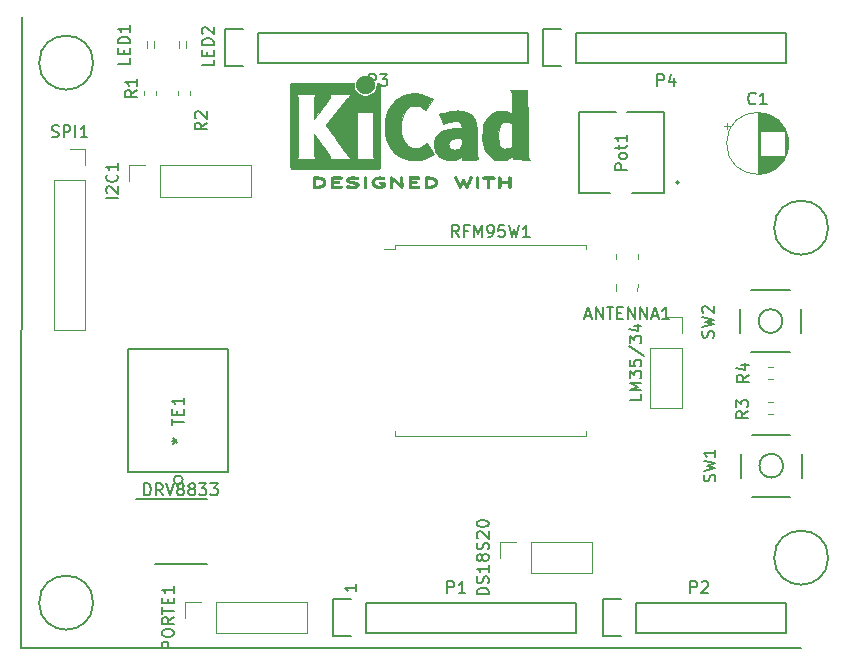
<source format=gto>
G04 #@! TF.GenerationSoftware,KiCad,Pcbnew,(5.1.5)-3*
G04 #@! TF.CreationDate,2020-04-27T21:11:52-07:00*
G04 #@! TF.ProjectId,My_PCB,4d795f50-4342-42e6-9b69-6361645f7063,1*
G04 #@! TF.SameCoordinates,Original*
G04 #@! TF.FileFunction,Legend,Top*
G04 #@! TF.FilePolarity,Positive*
%FSLAX46Y46*%
G04 Gerber Fmt 4.6, Leading zero omitted, Abs format (unit mm)*
G04 Created by KiCad (PCBNEW (5.1.5)-3) date 2020-04-27 21:11:52*
%MOMM*%
%LPD*%
G04 APERTURE LIST*
%ADD10C,0.150000*%
%ADD11C,0.010000*%
%ADD12C,0.120000*%
%ADD13C,0.152400*%
%ADD14C,0.100000*%
G04 APERTURE END LIST*
D10*
X110998000Y-126365000D02*
X176998000Y-126365000D01*
X111098000Y-72965000D02*
X110998000Y-126365000D01*
X139390380Y-120999285D02*
X139390380Y-121570714D01*
X139390380Y-121285000D02*
X138390380Y-121285000D01*
X138533238Y-121380238D01*
X138628476Y-121475476D01*
X138676095Y-121570714D01*
D11*
G36*
X135923292Y-86471409D02*
G01*
X135975857Y-86471944D01*
X136129881Y-86475660D01*
X136258875Y-86486699D01*
X136367237Y-86506246D01*
X136459362Y-86535483D01*
X136539647Y-86575597D01*
X136612488Y-86627769D01*
X136638505Y-86650433D01*
X136681663Y-86703462D01*
X136720579Y-86775421D01*
X136750573Y-86855184D01*
X136766965Y-86931625D01*
X136768668Y-86959872D01*
X136757995Y-87038174D01*
X136729393Y-87123705D01*
X136687989Y-87204663D01*
X136638905Y-87269246D01*
X136630933Y-87277038D01*
X136563400Y-87331808D01*
X136489448Y-87374563D01*
X136404812Y-87406423D01*
X136305229Y-87428508D01*
X136186434Y-87441938D01*
X136044166Y-87447834D01*
X135979000Y-87448334D01*
X135896145Y-87447935D01*
X135837877Y-87446266D01*
X135798730Y-87442622D01*
X135773237Y-87436293D01*
X135755932Y-87426574D01*
X135746656Y-87418274D01*
X135737894Y-87408192D01*
X135731021Y-87395185D01*
X135725808Y-87375769D01*
X135722027Y-87346460D01*
X135719449Y-87303773D01*
X135717846Y-87244225D01*
X135716989Y-87164330D01*
X135716649Y-87060605D01*
X135716597Y-86959872D01*
X135716266Y-86825519D01*
X135716338Y-86718192D01*
X135717616Y-86666795D01*
X135911981Y-86666795D01*
X135911981Y-87252949D01*
X136035975Y-87252835D01*
X136110585Y-87250696D01*
X136188728Y-87245183D01*
X136253926Y-87237472D01*
X136255910Y-87237155D01*
X136361283Y-87211678D01*
X136443014Y-87172000D01*
X136505184Y-87115538D01*
X136544686Y-87054406D01*
X136569026Y-86986593D01*
X136567139Y-86922919D01*
X136538891Y-86854665D01*
X136483638Y-86784056D01*
X136407073Y-86731735D01*
X136307551Y-86696763D01*
X136241039Y-86684386D01*
X136165539Y-86675694D01*
X136085521Y-86669404D01*
X136017462Y-86666788D01*
X136013431Y-86666776D01*
X135911981Y-86666795D01*
X135717616Y-86666795D01*
X135718410Y-86634881D01*
X135724085Y-86572579D01*
X135734959Y-86528275D01*
X135752632Y-86498960D01*
X135778703Y-86481625D01*
X135814771Y-86473261D01*
X135862434Y-86470859D01*
X135923292Y-86471409D01*
G37*
X135923292Y-86471409D02*
X135975857Y-86471944D01*
X136129881Y-86475660D01*
X136258875Y-86486699D01*
X136367237Y-86506246D01*
X136459362Y-86535483D01*
X136539647Y-86575597D01*
X136612488Y-86627769D01*
X136638505Y-86650433D01*
X136681663Y-86703462D01*
X136720579Y-86775421D01*
X136750573Y-86855184D01*
X136766965Y-86931625D01*
X136768668Y-86959872D01*
X136757995Y-87038174D01*
X136729393Y-87123705D01*
X136687989Y-87204663D01*
X136638905Y-87269246D01*
X136630933Y-87277038D01*
X136563400Y-87331808D01*
X136489448Y-87374563D01*
X136404812Y-87406423D01*
X136305229Y-87428508D01*
X136186434Y-87441938D01*
X136044166Y-87447834D01*
X135979000Y-87448334D01*
X135896145Y-87447935D01*
X135837877Y-87446266D01*
X135798730Y-87442622D01*
X135773237Y-87436293D01*
X135755932Y-87426574D01*
X135746656Y-87418274D01*
X135737894Y-87408192D01*
X135731021Y-87395185D01*
X135725808Y-87375769D01*
X135722027Y-87346460D01*
X135719449Y-87303773D01*
X135717846Y-87244225D01*
X135716989Y-87164330D01*
X135716649Y-87060605D01*
X135716597Y-86959872D01*
X135716266Y-86825519D01*
X135716338Y-86718192D01*
X135717616Y-86666795D01*
X135911981Y-86666795D01*
X135911981Y-87252949D01*
X136035975Y-87252835D01*
X136110585Y-87250696D01*
X136188728Y-87245183D01*
X136253926Y-87237472D01*
X136255910Y-87237155D01*
X136361283Y-87211678D01*
X136443014Y-87172000D01*
X136505184Y-87115538D01*
X136544686Y-87054406D01*
X136569026Y-86986593D01*
X136567139Y-86922919D01*
X136538891Y-86854665D01*
X136483638Y-86784056D01*
X136407073Y-86731735D01*
X136307551Y-86696763D01*
X136241039Y-86684386D01*
X136165539Y-86675694D01*
X136085521Y-86669404D01*
X136017462Y-86666788D01*
X136013431Y-86666776D01*
X135911981Y-86666795D01*
X135717616Y-86666795D01*
X135718410Y-86634881D01*
X135724085Y-86572579D01*
X135734959Y-86528275D01*
X135752632Y-86498960D01*
X135778703Y-86481625D01*
X135814771Y-86473261D01*
X135862434Y-86470859D01*
X135923292Y-86471409D01*
G36*
X137798616Y-86471516D02*
G01*
X137891024Y-86472012D01*
X137960773Y-86473165D01*
X138011563Y-86475244D01*
X138047095Y-86478515D01*
X138071068Y-86483247D01*
X138087182Y-86489707D01*
X138099137Y-86498163D01*
X138103467Y-86502055D01*
X138129795Y-86543404D01*
X138134535Y-86590916D01*
X138117216Y-86633095D01*
X138109207Y-86641620D01*
X138096254Y-86649885D01*
X138075398Y-86656261D01*
X138042770Y-86661059D01*
X137994504Y-86664588D01*
X137926732Y-86667158D01*
X137835586Y-86669081D01*
X137752255Y-86670251D01*
X137422454Y-86674310D01*
X137413440Y-86847150D01*
X137637304Y-86847150D01*
X137734492Y-86847989D01*
X137805643Y-86851496D01*
X137854755Y-86859159D01*
X137885829Y-86872467D01*
X137902862Y-86892905D01*
X137909854Y-86921963D01*
X137910916Y-86948931D01*
X137907616Y-86982021D01*
X137895163Y-87006404D01*
X137869726Y-87023353D01*
X137827475Y-87034143D01*
X137764580Y-87040048D01*
X137677211Y-87042341D01*
X137629525Y-87042535D01*
X137414940Y-87042535D01*
X137414940Y-87252949D01*
X137745591Y-87252949D01*
X137853976Y-87253100D01*
X137936349Y-87253778D01*
X137996757Y-87255320D01*
X138039247Y-87258063D01*
X138067865Y-87262345D01*
X138086658Y-87268503D01*
X138099672Y-87276873D01*
X138106301Y-87283008D01*
X138129039Y-87318813D01*
X138136360Y-87350641D01*
X138125907Y-87389518D01*
X138106301Y-87418274D01*
X138095841Y-87427327D01*
X138082338Y-87434357D01*
X138062160Y-87439618D01*
X138031675Y-87443365D01*
X137987251Y-87445854D01*
X137925255Y-87447339D01*
X137842055Y-87448075D01*
X137734019Y-87448318D01*
X137677957Y-87448334D01*
X137557902Y-87448227D01*
X137464272Y-87447739D01*
X137393437Y-87446613D01*
X137341765Y-87444595D01*
X137305623Y-87441430D01*
X137281378Y-87436863D01*
X137265399Y-87430640D01*
X137254053Y-87422504D01*
X137249614Y-87418274D01*
X137240829Y-87408160D01*
X137233942Y-87395112D01*
X137228725Y-87375634D01*
X137224947Y-87346228D01*
X137222376Y-87303398D01*
X137220782Y-87243648D01*
X137219935Y-87163481D01*
X137219604Y-87059401D01*
X137219555Y-86962492D01*
X137219600Y-86838387D01*
X137219912Y-86740830D01*
X137220758Y-86666310D01*
X137222404Y-86611315D01*
X137225117Y-86572334D01*
X137229163Y-86545857D01*
X137234809Y-86528370D01*
X137242320Y-86516364D01*
X137251964Y-86506327D01*
X137254340Y-86504090D01*
X137265871Y-86494183D01*
X137279268Y-86486512D01*
X137298250Y-86480790D01*
X137326531Y-86476732D01*
X137367828Y-86474052D01*
X137425858Y-86472466D01*
X137504337Y-86471688D01*
X137606980Y-86471432D01*
X137679850Y-86471410D01*
X137798616Y-86471516D01*
G37*
X137798616Y-86471516D02*
X137891024Y-86472012D01*
X137960773Y-86473165D01*
X138011563Y-86475244D01*
X138047095Y-86478515D01*
X138071068Y-86483247D01*
X138087182Y-86489707D01*
X138099137Y-86498163D01*
X138103467Y-86502055D01*
X138129795Y-86543404D01*
X138134535Y-86590916D01*
X138117216Y-86633095D01*
X138109207Y-86641620D01*
X138096254Y-86649885D01*
X138075398Y-86656261D01*
X138042770Y-86661059D01*
X137994504Y-86664588D01*
X137926732Y-86667158D01*
X137835586Y-86669081D01*
X137752255Y-86670251D01*
X137422454Y-86674310D01*
X137413440Y-86847150D01*
X137637304Y-86847150D01*
X137734492Y-86847989D01*
X137805643Y-86851496D01*
X137854755Y-86859159D01*
X137885829Y-86872467D01*
X137902862Y-86892905D01*
X137909854Y-86921963D01*
X137910916Y-86948931D01*
X137907616Y-86982021D01*
X137895163Y-87006404D01*
X137869726Y-87023353D01*
X137827475Y-87034143D01*
X137764580Y-87040048D01*
X137677211Y-87042341D01*
X137629525Y-87042535D01*
X137414940Y-87042535D01*
X137414940Y-87252949D01*
X137745591Y-87252949D01*
X137853976Y-87253100D01*
X137936349Y-87253778D01*
X137996757Y-87255320D01*
X138039247Y-87258063D01*
X138067865Y-87262345D01*
X138086658Y-87268503D01*
X138099672Y-87276873D01*
X138106301Y-87283008D01*
X138129039Y-87318813D01*
X138136360Y-87350641D01*
X138125907Y-87389518D01*
X138106301Y-87418274D01*
X138095841Y-87427327D01*
X138082338Y-87434357D01*
X138062160Y-87439618D01*
X138031675Y-87443365D01*
X137987251Y-87445854D01*
X137925255Y-87447339D01*
X137842055Y-87448075D01*
X137734019Y-87448318D01*
X137677957Y-87448334D01*
X137557902Y-87448227D01*
X137464272Y-87447739D01*
X137393437Y-87446613D01*
X137341765Y-87444595D01*
X137305623Y-87441430D01*
X137281378Y-87436863D01*
X137265399Y-87430640D01*
X137254053Y-87422504D01*
X137249614Y-87418274D01*
X137240829Y-87408160D01*
X137233942Y-87395112D01*
X137228725Y-87375634D01*
X137224947Y-87346228D01*
X137222376Y-87303398D01*
X137220782Y-87243648D01*
X137219935Y-87163481D01*
X137219604Y-87059401D01*
X137219555Y-86962492D01*
X137219600Y-86838387D01*
X137219912Y-86740830D01*
X137220758Y-86666310D01*
X137222404Y-86611315D01*
X137225117Y-86572334D01*
X137229163Y-86545857D01*
X137234809Y-86528370D01*
X137242320Y-86516364D01*
X137251964Y-86506327D01*
X137254340Y-86504090D01*
X137265871Y-86494183D01*
X137279268Y-86486512D01*
X137298250Y-86480790D01*
X137326531Y-86476732D01*
X137367828Y-86474052D01*
X137425858Y-86472466D01*
X137504337Y-86471688D01*
X137606980Y-86471432D01*
X137679850Y-86471410D01*
X137798616Y-86471516D01*
G36*
X139158058Y-86473121D02*
G01*
X139257663Y-86480084D01*
X139350302Y-86490959D01*
X139430588Y-86505338D01*
X139493138Y-86522810D01*
X139532565Y-86542966D01*
X139538617Y-86548899D01*
X139559662Y-86594939D01*
X139553280Y-86642204D01*
X139520639Y-86682642D01*
X139519082Y-86683801D01*
X139499883Y-86696261D01*
X139479841Y-86702813D01*
X139451886Y-86703608D01*
X139408947Y-86698800D01*
X139343955Y-86688539D01*
X139338727Y-86687675D01*
X139241885Y-86675778D01*
X139137402Y-86669909D01*
X139032611Y-86669852D01*
X138934844Y-86675391D01*
X138851434Y-86686309D01*
X138789713Y-86702389D01*
X138785658Y-86704005D01*
X138740882Y-86729093D01*
X138725150Y-86754482D01*
X138737466Y-86779451D01*
X138776831Y-86803280D01*
X138842248Y-86825246D01*
X138932720Y-86844630D01*
X138993046Y-86853962D01*
X139118446Y-86871913D01*
X139218181Y-86888323D01*
X139296500Y-86904612D01*
X139357653Y-86922202D01*
X139405887Y-86942513D01*
X139445451Y-86966967D01*
X139480594Y-86996984D01*
X139508835Y-87026460D01*
X139542338Y-87067531D01*
X139558827Y-87102846D01*
X139563983Y-87146357D01*
X139564170Y-87162292D01*
X139560298Y-87215169D01*
X139544819Y-87254507D01*
X139518031Y-87289424D01*
X139463587Y-87342798D01*
X139402876Y-87383502D01*
X139331388Y-87412864D01*
X139244610Y-87432211D01*
X139138032Y-87442870D01*
X139007143Y-87446169D01*
X138985531Y-87446113D01*
X138898248Y-87444304D01*
X138811687Y-87440193D01*
X138735284Y-87434370D01*
X138678476Y-87427425D01*
X138673882Y-87426628D01*
X138617401Y-87413248D01*
X138569494Y-87396346D01*
X138542373Y-87380895D01*
X138517135Y-87340130D01*
X138515377Y-87292662D01*
X138537134Y-87250359D01*
X138542002Y-87245576D01*
X138562124Y-87231363D01*
X138587288Y-87225240D01*
X138626233Y-87226282D01*
X138673511Y-87231698D01*
X138726341Y-87236537D01*
X138800398Y-87240619D01*
X138886855Y-87243582D01*
X138976883Y-87245061D01*
X139000561Y-87245158D01*
X139090924Y-87244794D01*
X139157057Y-87243040D01*
X139204779Y-87239287D01*
X139239908Y-87232927D01*
X139268264Y-87223351D01*
X139285305Y-87215375D01*
X139322750Y-87193229D01*
X139346625Y-87173172D01*
X139350114Y-87167487D01*
X139342753Y-87144009D01*
X139307759Y-87121281D01*
X139247558Y-87100334D01*
X139164575Y-87082200D01*
X139140126Y-87078161D01*
X139012424Y-87058103D01*
X138910506Y-87041338D01*
X138830440Y-87026647D01*
X138768292Y-87012812D01*
X138720128Y-86998615D01*
X138682014Y-86982837D01*
X138650016Y-86964260D01*
X138620202Y-86941666D01*
X138588636Y-86913837D01*
X138578014Y-86904080D01*
X138540773Y-86867666D01*
X138521059Y-86838816D01*
X138513347Y-86805802D01*
X138512099Y-86764199D01*
X138525831Y-86682615D01*
X138566868Y-86613298D01*
X138634976Y-86556472D01*
X138729919Y-86512361D01*
X138797662Y-86492576D01*
X138871287Y-86479797D01*
X138959485Y-86472568D01*
X139056870Y-86470479D01*
X139158058Y-86473121D01*
G37*
X139158058Y-86473121D02*
X139257663Y-86480084D01*
X139350302Y-86490959D01*
X139430588Y-86505338D01*
X139493138Y-86522810D01*
X139532565Y-86542966D01*
X139538617Y-86548899D01*
X139559662Y-86594939D01*
X139553280Y-86642204D01*
X139520639Y-86682642D01*
X139519082Y-86683801D01*
X139499883Y-86696261D01*
X139479841Y-86702813D01*
X139451886Y-86703608D01*
X139408947Y-86698800D01*
X139343955Y-86688539D01*
X139338727Y-86687675D01*
X139241885Y-86675778D01*
X139137402Y-86669909D01*
X139032611Y-86669852D01*
X138934844Y-86675391D01*
X138851434Y-86686309D01*
X138789713Y-86702389D01*
X138785658Y-86704005D01*
X138740882Y-86729093D01*
X138725150Y-86754482D01*
X138737466Y-86779451D01*
X138776831Y-86803280D01*
X138842248Y-86825246D01*
X138932720Y-86844630D01*
X138993046Y-86853962D01*
X139118446Y-86871913D01*
X139218181Y-86888323D01*
X139296500Y-86904612D01*
X139357653Y-86922202D01*
X139405887Y-86942513D01*
X139445451Y-86966967D01*
X139480594Y-86996984D01*
X139508835Y-87026460D01*
X139542338Y-87067531D01*
X139558827Y-87102846D01*
X139563983Y-87146357D01*
X139564170Y-87162292D01*
X139560298Y-87215169D01*
X139544819Y-87254507D01*
X139518031Y-87289424D01*
X139463587Y-87342798D01*
X139402876Y-87383502D01*
X139331388Y-87412864D01*
X139244610Y-87432211D01*
X139138032Y-87442870D01*
X139007143Y-87446169D01*
X138985531Y-87446113D01*
X138898248Y-87444304D01*
X138811687Y-87440193D01*
X138735284Y-87434370D01*
X138678476Y-87427425D01*
X138673882Y-87426628D01*
X138617401Y-87413248D01*
X138569494Y-87396346D01*
X138542373Y-87380895D01*
X138517135Y-87340130D01*
X138515377Y-87292662D01*
X138537134Y-87250359D01*
X138542002Y-87245576D01*
X138562124Y-87231363D01*
X138587288Y-87225240D01*
X138626233Y-87226282D01*
X138673511Y-87231698D01*
X138726341Y-87236537D01*
X138800398Y-87240619D01*
X138886855Y-87243582D01*
X138976883Y-87245061D01*
X139000561Y-87245158D01*
X139090924Y-87244794D01*
X139157057Y-87243040D01*
X139204779Y-87239287D01*
X139239908Y-87232927D01*
X139268264Y-87223351D01*
X139285305Y-87215375D01*
X139322750Y-87193229D01*
X139346625Y-87173172D01*
X139350114Y-87167487D01*
X139342753Y-87144009D01*
X139307759Y-87121281D01*
X139247558Y-87100334D01*
X139164575Y-87082200D01*
X139140126Y-87078161D01*
X139012424Y-87058103D01*
X138910506Y-87041338D01*
X138830440Y-87026647D01*
X138768292Y-87012812D01*
X138720128Y-86998615D01*
X138682014Y-86982837D01*
X138650016Y-86964260D01*
X138620202Y-86941666D01*
X138588636Y-86913837D01*
X138578014Y-86904080D01*
X138540773Y-86867666D01*
X138521059Y-86838816D01*
X138513347Y-86805802D01*
X138512099Y-86764199D01*
X138525831Y-86682615D01*
X138566868Y-86613298D01*
X138634976Y-86556472D01*
X138729919Y-86512361D01*
X138797662Y-86492576D01*
X138871287Y-86479797D01*
X138959485Y-86472568D01*
X139056870Y-86470479D01*
X139158058Y-86473121D01*
G36*
X140180383Y-86501470D02*
G01*
X140189145Y-86511552D01*
X140196018Y-86524559D01*
X140201231Y-86543975D01*
X140205012Y-86573284D01*
X140207590Y-86615971D01*
X140209193Y-86675519D01*
X140210051Y-86755414D01*
X140210390Y-86859140D01*
X140210443Y-86959872D01*
X140210350Y-87084816D01*
X140209919Y-87183185D01*
X140208923Y-87258465D01*
X140207131Y-87314138D01*
X140204317Y-87353690D01*
X140200250Y-87380605D01*
X140194704Y-87398367D01*
X140187449Y-87410461D01*
X140180383Y-87418274D01*
X140136444Y-87444476D01*
X140089626Y-87442125D01*
X140047737Y-87413548D01*
X140038112Y-87402391D01*
X140030591Y-87389447D01*
X140024912Y-87371136D01*
X140020819Y-87343882D01*
X140018051Y-87304104D01*
X140016350Y-87248226D01*
X140015457Y-87172668D01*
X140015113Y-87073852D01*
X140015058Y-86961978D01*
X140015058Y-86545192D01*
X140051949Y-86508301D01*
X140097421Y-86477264D01*
X140141530Y-86476145D01*
X140180383Y-86501470D01*
G37*
X140180383Y-86501470D02*
X140189145Y-86511552D01*
X140196018Y-86524559D01*
X140201231Y-86543975D01*
X140205012Y-86573284D01*
X140207590Y-86615971D01*
X140209193Y-86675519D01*
X140210051Y-86755414D01*
X140210390Y-86859140D01*
X140210443Y-86959872D01*
X140210350Y-87084816D01*
X140209919Y-87183185D01*
X140208923Y-87258465D01*
X140207131Y-87314138D01*
X140204317Y-87353690D01*
X140200250Y-87380605D01*
X140194704Y-87398367D01*
X140187449Y-87410461D01*
X140180383Y-87418274D01*
X140136444Y-87444476D01*
X140089626Y-87442125D01*
X140047737Y-87413548D01*
X140038112Y-87402391D01*
X140030591Y-87389447D01*
X140024912Y-87371136D01*
X140020819Y-87343882D01*
X140018051Y-87304104D01*
X140016350Y-87248226D01*
X140015457Y-87172668D01*
X140015113Y-87073852D01*
X140015058Y-86961978D01*
X140015058Y-86545192D01*
X140051949Y-86508301D01*
X140097421Y-86477264D01*
X140141530Y-86476145D01*
X140180383Y-86501470D01*
G36*
X141476784Y-86478776D02*
G01*
X141568005Y-86494082D01*
X141638064Y-86517875D01*
X141683642Y-86549204D01*
X141696062Y-86567078D01*
X141708692Y-86608649D01*
X141700193Y-86646256D01*
X141673361Y-86681919D01*
X141631670Y-86698603D01*
X141571176Y-86697248D01*
X141524387Y-86688209D01*
X141420418Y-86670987D01*
X141314166Y-86669351D01*
X141195237Y-86683329D01*
X141162386Y-86689252D01*
X141051801Y-86720431D01*
X140965287Y-86766810D01*
X140903793Y-86827599D01*
X140868268Y-86902008D01*
X140860921Y-86940478D01*
X140865730Y-87018527D01*
X140896780Y-87087581D01*
X140951240Y-87146293D01*
X141026282Y-87193317D01*
X141119076Y-87227307D01*
X141226794Y-87246918D01*
X141346605Y-87250805D01*
X141475681Y-87237620D01*
X141482969Y-87236376D01*
X141534308Y-87226814D01*
X141562774Y-87217578D01*
X141575112Y-87203873D01*
X141578068Y-87180906D01*
X141578135Y-87168743D01*
X141578135Y-87117683D01*
X141486969Y-87117683D01*
X141406464Y-87112168D01*
X141351525Y-87094594D01*
X141319560Y-87063417D01*
X141307974Y-87017094D01*
X141307833Y-87011048D01*
X141314611Y-86971453D01*
X141337855Y-86943181D01*
X141381116Y-86924471D01*
X141447945Y-86913564D01*
X141512676Y-86909554D01*
X141606759Y-86907253D01*
X141675002Y-86910764D01*
X141721545Y-86923719D01*
X141750528Y-86949750D01*
X141766091Y-86992491D01*
X141772375Y-87055574D01*
X141773520Y-87138428D01*
X141771644Y-87230910D01*
X141766000Y-87293818D01*
X141756564Y-87327403D01*
X141754733Y-87330033D01*
X141702921Y-87371998D01*
X141626956Y-87405232D01*
X141531654Y-87429023D01*
X141421830Y-87442663D01*
X141302300Y-87445442D01*
X141177880Y-87436649D01*
X141104703Y-87425849D01*
X140989926Y-87393362D01*
X140883250Y-87340250D01*
X140793935Y-87271319D01*
X140780360Y-87257542D01*
X140736254Y-87199622D01*
X140696457Y-87127840D01*
X140665619Y-87052583D01*
X140648389Y-86984241D01*
X140646312Y-86957993D01*
X140655153Y-86903241D01*
X140678651Y-86835119D01*
X140712297Y-86763414D01*
X140751582Y-86697913D01*
X140786291Y-86654162D01*
X140867443Y-86589083D01*
X140972348Y-86537285D01*
X141097246Y-86499938D01*
X141238379Y-86478217D01*
X141367721Y-86472909D01*
X141476784Y-86478776D01*
G37*
X141476784Y-86478776D02*
X141568005Y-86494082D01*
X141638064Y-86517875D01*
X141683642Y-86549204D01*
X141696062Y-86567078D01*
X141708692Y-86608649D01*
X141700193Y-86646256D01*
X141673361Y-86681919D01*
X141631670Y-86698603D01*
X141571176Y-86697248D01*
X141524387Y-86688209D01*
X141420418Y-86670987D01*
X141314166Y-86669351D01*
X141195237Y-86683329D01*
X141162386Y-86689252D01*
X141051801Y-86720431D01*
X140965287Y-86766810D01*
X140903793Y-86827599D01*
X140868268Y-86902008D01*
X140860921Y-86940478D01*
X140865730Y-87018527D01*
X140896780Y-87087581D01*
X140951240Y-87146293D01*
X141026282Y-87193317D01*
X141119076Y-87227307D01*
X141226794Y-87246918D01*
X141346605Y-87250805D01*
X141475681Y-87237620D01*
X141482969Y-87236376D01*
X141534308Y-87226814D01*
X141562774Y-87217578D01*
X141575112Y-87203873D01*
X141578068Y-87180906D01*
X141578135Y-87168743D01*
X141578135Y-87117683D01*
X141486969Y-87117683D01*
X141406464Y-87112168D01*
X141351525Y-87094594D01*
X141319560Y-87063417D01*
X141307974Y-87017094D01*
X141307833Y-87011048D01*
X141314611Y-86971453D01*
X141337855Y-86943181D01*
X141381116Y-86924471D01*
X141447945Y-86913564D01*
X141512676Y-86909554D01*
X141606759Y-86907253D01*
X141675002Y-86910764D01*
X141721545Y-86923719D01*
X141750528Y-86949750D01*
X141766091Y-86992491D01*
X141772375Y-87055574D01*
X141773520Y-87138428D01*
X141771644Y-87230910D01*
X141766000Y-87293818D01*
X141756564Y-87327403D01*
X141754733Y-87330033D01*
X141702921Y-87371998D01*
X141626956Y-87405232D01*
X141531654Y-87429023D01*
X141421830Y-87442663D01*
X141302300Y-87445442D01*
X141177880Y-87436649D01*
X141104703Y-87425849D01*
X140989926Y-87393362D01*
X140883250Y-87340250D01*
X140793935Y-87271319D01*
X140780360Y-87257542D01*
X140736254Y-87199622D01*
X140696457Y-87127840D01*
X140665619Y-87052583D01*
X140648389Y-86984241D01*
X140646312Y-86957993D01*
X140655153Y-86903241D01*
X140678651Y-86835119D01*
X140712297Y-86763414D01*
X140751582Y-86697913D01*
X140786291Y-86654162D01*
X140867443Y-86589083D01*
X140972348Y-86537285D01*
X141097246Y-86499938D01*
X141238379Y-86478217D01*
X141367721Y-86472909D01*
X141476784Y-86478776D01*
G36*
X142342126Y-86477244D02*
G01*
X142373501Y-86495649D01*
X142414524Y-86525749D01*
X142467322Y-86568960D01*
X142534021Y-86626702D01*
X142616747Y-86700392D01*
X142717626Y-86791448D01*
X142833105Y-86896138D01*
X143073579Y-87114207D01*
X143081094Y-86821508D01*
X143083807Y-86720754D01*
X143086424Y-86645722D01*
X143089526Y-86592084D01*
X143093690Y-86555510D01*
X143099495Y-86531671D01*
X143107522Y-86516238D01*
X143118349Y-86504882D01*
X143124090Y-86500110D01*
X143170063Y-86474877D01*
X143213809Y-86478566D01*
X143248511Y-86500123D01*
X143283993Y-86528835D01*
X143288406Y-86948150D01*
X143289627Y-87071471D01*
X143290249Y-87168348D01*
X143290056Y-87242394D01*
X143288832Y-87297221D01*
X143286362Y-87336443D01*
X143282432Y-87363673D01*
X143276826Y-87382523D01*
X143269328Y-87396605D01*
X143261013Y-87407899D01*
X143243024Y-87428846D01*
X143225125Y-87442731D01*
X143204834Y-87448060D01*
X143179668Y-87443340D01*
X143147146Y-87427077D01*
X143104783Y-87397777D01*
X143050098Y-87353946D01*
X142980609Y-87294091D01*
X142893831Y-87216718D01*
X142795531Y-87127814D01*
X142442336Y-86807435D01*
X142434821Y-87099177D01*
X142432103Y-87199747D01*
X142429479Y-87274604D01*
X142426367Y-87328084D01*
X142422184Y-87364526D01*
X142416349Y-87388268D01*
X142408280Y-87403646D01*
X142397395Y-87415000D01*
X142391825Y-87419626D01*
X142342590Y-87445042D01*
X142296069Y-87441209D01*
X142255557Y-87408733D01*
X142246290Y-87395667D01*
X142239067Y-87380409D01*
X142233634Y-87359296D01*
X142229738Y-87328669D01*
X142227125Y-87284866D01*
X142225539Y-87224227D01*
X142224728Y-87143091D01*
X142224438Y-87037797D01*
X142224407Y-86959872D01*
X142224505Y-86837988D01*
X142224967Y-86742503D01*
X142226049Y-86669755D01*
X142228003Y-86616083D01*
X142231084Y-86577827D01*
X142235546Y-86551327D01*
X142241643Y-86532920D01*
X142249629Y-86518948D01*
X142255557Y-86511011D01*
X142270584Y-86492212D01*
X142284628Y-86478017D01*
X142299816Y-86469846D01*
X142318273Y-86469116D01*
X142342126Y-86477244D01*
G37*
X142342126Y-86477244D02*
X142373501Y-86495649D01*
X142414524Y-86525749D01*
X142467322Y-86568960D01*
X142534021Y-86626702D01*
X142616747Y-86700392D01*
X142717626Y-86791448D01*
X142833105Y-86896138D01*
X143073579Y-87114207D01*
X143081094Y-86821508D01*
X143083807Y-86720754D01*
X143086424Y-86645722D01*
X143089526Y-86592084D01*
X143093690Y-86555510D01*
X143099495Y-86531671D01*
X143107522Y-86516238D01*
X143118349Y-86504882D01*
X143124090Y-86500110D01*
X143170063Y-86474877D01*
X143213809Y-86478566D01*
X143248511Y-86500123D01*
X143283993Y-86528835D01*
X143288406Y-86948150D01*
X143289627Y-87071471D01*
X143290249Y-87168348D01*
X143290056Y-87242394D01*
X143288832Y-87297221D01*
X143286362Y-87336443D01*
X143282432Y-87363673D01*
X143276826Y-87382523D01*
X143269328Y-87396605D01*
X143261013Y-87407899D01*
X143243024Y-87428846D01*
X143225125Y-87442731D01*
X143204834Y-87448060D01*
X143179668Y-87443340D01*
X143147146Y-87427077D01*
X143104783Y-87397777D01*
X143050098Y-87353946D01*
X142980609Y-87294091D01*
X142893831Y-87216718D01*
X142795531Y-87127814D01*
X142442336Y-86807435D01*
X142434821Y-87099177D01*
X142432103Y-87199747D01*
X142429479Y-87274604D01*
X142426367Y-87328084D01*
X142422184Y-87364526D01*
X142416349Y-87388268D01*
X142408280Y-87403646D01*
X142397395Y-87415000D01*
X142391825Y-87419626D01*
X142342590Y-87445042D01*
X142296069Y-87441209D01*
X142255557Y-87408733D01*
X142246290Y-87395667D01*
X142239067Y-87380409D01*
X142233634Y-87359296D01*
X142229738Y-87328669D01*
X142227125Y-87284866D01*
X142225539Y-87224227D01*
X142224728Y-87143091D01*
X142224438Y-87037797D01*
X142224407Y-86959872D01*
X142224505Y-86837988D01*
X142224967Y-86742503D01*
X142226049Y-86669755D01*
X142228003Y-86616083D01*
X142231084Y-86577827D01*
X142235546Y-86551327D01*
X142241643Y-86532920D01*
X142249629Y-86518948D01*
X142255557Y-86511011D01*
X142270584Y-86492212D01*
X142284628Y-86478017D01*
X142299816Y-86469846D01*
X142318273Y-86469116D01*
X142342126Y-86477244D01*
G36*
X144379716Y-86471667D02*
G01*
X144481377Y-86472884D01*
X144559282Y-86475730D01*
X144616581Y-86480874D01*
X144656427Y-86488984D01*
X144681968Y-86500731D01*
X144696357Y-86516782D01*
X144702745Y-86537808D01*
X144704281Y-86564476D01*
X144704289Y-86567626D01*
X144702955Y-86597790D01*
X144696651Y-86621103D01*
X144681922Y-86638506D01*
X144655315Y-86650940D01*
X144613374Y-86659345D01*
X144552646Y-86664665D01*
X144469676Y-86667839D01*
X144361011Y-86669809D01*
X144327705Y-86670245D01*
X144005413Y-86674310D01*
X144000906Y-86760730D01*
X143996398Y-86847150D01*
X144220263Y-86847150D01*
X144307721Y-86847473D01*
X144370169Y-86848837D01*
X144412654Y-86851839D01*
X144440223Y-86857073D01*
X144457922Y-86865135D01*
X144470797Y-86876620D01*
X144470880Y-86876711D01*
X144494230Y-86921471D01*
X144493386Y-86969847D01*
X144468879Y-87011086D01*
X144464029Y-87015325D01*
X144446815Y-87026249D01*
X144423226Y-87033849D01*
X144388007Y-87038697D01*
X144335900Y-87041366D01*
X144261650Y-87042428D01*
X144214162Y-87042535D01*
X143997898Y-87042535D01*
X143997898Y-87252949D01*
X144326220Y-87252949D01*
X144434618Y-87253139D01*
X144516935Y-87253914D01*
X144577149Y-87255584D01*
X144619235Y-87258458D01*
X144647171Y-87262847D01*
X144664934Y-87269059D01*
X144676500Y-87277404D01*
X144679415Y-87280434D01*
X144700936Y-87322434D01*
X144702510Y-87370214D01*
X144684855Y-87411642D01*
X144670885Y-87424937D01*
X144656354Y-87432256D01*
X144633838Y-87437919D01*
X144599776Y-87442123D01*
X144550607Y-87445068D01*
X144482768Y-87446951D01*
X144392698Y-87447970D01*
X144276837Y-87448325D01*
X144250643Y-87448334D01*
X144132839Y-87448256D01*
X144041396Y-87447831D01*
X143972614Y-87446766D01*
X143922796Y-87444769D01*
X143888240Y-87441550D01*
X143865250Y-87436816D01*
X143850126Y-87430277D01*
X143839169Y-87421641D01*
X143833158Y-87415440D01*
X143824110Y-87404457D01*
X143817042Y-87390852D01*
X143811709Y-87371056D01*
X143807868Y-87341502D01*
X143805275Y-87298621D01*
X143803687Y-87238845D01*
X143802861Y-87158607D01*
X143802552Y-87054339D01*
X143802514Y-86966580D01*
X143802608Y-86843608D01*
X143803057Y-86747069D01*
X143804108Y-86673339D01*
X143806010Y-86618790D01*
X143809009Y-86579799D01*
X143813355Y-86552739D01*
X143819294Y-86533984D01*
X143827075Y-86519910D01*
X143833664Y-86511011D01*
X143864814Y-86471410D01*
X144251148Y-86471410D01*
X144379716Y-86471667D01*
G37*
X144379716Y-86471667D02*
X144481377Y-86472884D01*
X144559282Y-86475730D01*
X144616581Y-86480874D01*
X144656427Y-86488984D01*
X144681968Y-86500731D01*
X144696357Y-86516782D01*
X144702745Y-86537808D01*
X144704281Y-86564476D01*
X144704289Y-86567626D01*
X144702955Y-86597790D01*
X144696651Y-86621103D01*
X144681922Y-86638506D01*
X144655315Y-86650940D01*
X144613374Y-86659345D01*
X144552646Y-86664665D01*
X144469676Y-86667839D01*
X144361011Y-86669809D01*
X144327705Y-86670245D01*
X144005413Y-86674310D01*
X144000906Y-86760730D01*
X143996398Y-86847150D01*
X144220263Y-86847150D01*
X144307721Y-86847473D01*
X144370169Y-86848837D01*
X144412654Y-86851839D01*
X144440223Y-86857073D01*
X144457922Y-86865135D01*
X144470797Y-86876620D01*
X144470880Y-86876711D01*
X144494230Y-86921471D01*
X144493386Y-86969847D01*
X144468879Y-87011086D01*
X144464029Y-87015325D01*
X144446815Y-87026249D01*
X144423226Y-87033849D01*
X144388007Y-87038697D01*
X144335900Y-87041366D01*
X144261650Y-87042428D01*
X144214162Y-87042535D01*
X143997898Y-87042535D01*
X143997898Y-87252949D01*
X144326220Y-87252949D01*
X144434618Y-87253139D01*
X144516935Y-87253914D01*
X144577149Y-87255584D01*
X144619235Y-87258458D01*
X144647171Y-87262847D01*
X144664934Y-87269059D01*
X144676500Y-87277404D01*
X144679415Y-87280434D01*
X144700936Y-87322434D01*
X144702510Y-87370214D01*
X144684855Y-87411642D01*
X144670885Y-87424937D01*
X144656354Y-87432256D01*
X144633838Y-87437919D01*
X144599776Y-87442123D01*
X144550607Y-87445068D01*
X144482768Y-87446951D01*
X144392698Y-87447970D01*
X144276837Y-87448325D01*
X144250643Y-87448334D01*
X144132839Y-87448256D01*
X144041396Y-87447831D01*
X143972614Y-87446766D01*
X143922796Y-87444769D01*
X143888240Y-87441550D01*
X143865250Y-87436816D01*
X143850126Y-87430277D01*
X143839169Y-87421641D01*
X143833158Y-87415440D01*
X143824110Y-87404457D01*
X143817042Y-87390852D01*
X143811709Y-87371056D01*
X143807868Y-87341502D01*
X143805275Y-87298621D01*
X143803687Y-87238845D01*
X143802861Y-87158607D01*
X143802552Y-87054339D01*
X143802514Y-86966580D01*
X143802608Y-86843608D01*
X143803057Y-86747069D01*
X143804108Y-86673339D01*
X143806010Y-86618790D01*
X143809009Y-86579799D01*
X143813355Y-86552739D01*
X143819294Y-86533984D01*
X143827075Y-86519910D01*
X143833664Y-86511011D01*
X143864814Y-86471410D01*
X144251148Y-86471410D01*
X144379716Y-86471667D01*
G36*
X145428783Y-86471687D02*
G01*
X145600501Y-86477493D01*
X145746555Y-86495101D01*
X145869353Y-86525563D01*
X145971303Y-86569935D01*
X146054814Y-86629271D01*
X146122293Y-86704624D01*
X146176149Y-86797050D01*
X146177208Y-86799304D01*
X146209349Y-86882024D01*
X146220801Y-86955284D01*
X146211520Y-87029012D01*
X146181461Y-87113135D01*
X146175761Y-87125937D01*
X146136885Y-87200862D01*
X146093195Y-87258757D01*
X146036806Y-87307972D01*
X145959838Y-87356857D01*
X145955366Y-87359409D01*
X145888363Y-87391595D01*
X145812631Y-87415632D01*
X145723304Y-87432351D01*
X145615515Y-87442579D01*
X145484398Y-87447146D01*
X145438072Y-87447543D01*
X145217476Y-87448334D01*
X145186326Y-87408733D01*
X145177086Y-87395711D01*
X145169878Y-87380504D01*
X145164450Y-87359466D01*
X145160551Y-87328950D01*
X145157929Y-87285311D01*
X145157074Y-87252949D01*
X145365591Y-87252949D01*
X145490582Y-87252949D01*
X145563723Y-87250810D01*
X145638807Y-87245181D01*
X145700430Y-87237243D01*
X145704149Y-87236575D01*
X145813599Y-87207212D01*
X145898494Y-87163097D01*
X145961518Y-87102183D01*
X146005360Y-87022424D01*
X146012983Y-87001284D01*
X146020456Y-86968362D01*
X146017221Y-86935836D01*
X146001479Y-86892564D01*
X145991990Y-86871307D01*
X145960917Y-86814820D01*
X145923479Y-86775191D01*
X145882287Y-86747594D01*
X145799776Y-86711682D01*
X145694179Y-86685668D01*
X145571164Y-86670688D01*
X145482070Y-86667392D01*
X145365591Y-86666795D01*
X145365591Y-87252949D01*
X145157074Y-87252949D01*
X145156332Y-87224900D01*
X145155510Y-87144072D01*
X145155210Y-87039181D01*
X145155176Y-86957162D01*
X145155176Y-86545192D01*
X145192067Y-86508301D01*
X145208440Y-86493348D01*
X145226143Y-86483108D01*
X145250865Y-86476701D01*
X145288294Y-86473247D01*
X145344119Y-86471867D01*
X145424028Y-86471681D01*
X145428783Y-86471687D01*
G37*
X145428783Y-86471687D02*
X145600501Y-86477493D01*
X145746555Y-86495101D01*
X145869353Y-86525563D01*
X145971303Y-86569935D01*
X146054814Y-86629271D01*
X146122293Y-86704624D01*
X146176149Y-86797050D01*
X146177208Y-86799304D01*
X146209349Y-86882024D01*
X146220801Y-86955284D01*
X146211520Y-87029012D01*
X146181461Y-87113135D01*
X146175761Y-87125937D01*
X146136885Y-87200862D01*
X146093195Y-87258757D01*
X146036806Y-87307972D01*
X145959838Y-87356857D01*
X145955366Y-87359409D01*
X145888363Y-87391595D01*
X145812631Y-87415632D01*
X145723304Y-87432351D01*
X145615515Y-87442579D01*
X145484398Y-87447146D01*
X145438072Y-87447543D01*
X145217476Y-87448334D01*
X145186326Y-87408733D01*
X145177086Y-87395711D01*
X145169878Y-87380504D01*
X145164450Y-87359466D01*
X145160551Y-87328950D01*
X145157929Y-87285311D01*
X145157074Y-87252949D01*
X145365591Y-87252949D01*
X145490582Y-87252949D01*
X145563723Y-87250810D01*
X145638807Y-87245181D01*
X145700430Y-87237243D01*
X145704149Y-87236575D01*
X145813599Y-87207212D01*
X145898494Y-87163097D01*
X145961518Y-87102183D01*
X146005360Y-87022424D01*
X146012983Y-87001284D01*
X146020456Y-86968362D01*
X146017221Y-86935836D01*
X146001479Y-86892564D01*
X145991990Y-86871307D01*
X145960917Y-86814820D01*
X145923479Y-86775191D01*
X145882287Y-86747594D01*
X145799776Y-86711682D01*
X145694179Y-86685668D01*
X145571164Y-86670688D01*
X145482070Y-86667392D01*
X145365591Y-86666795D01*
X145365591Y-87252949D01*
X145157074Y-87252949D01*
X145156332Y-87224900D01*
X145155510Y-87144072D01*
X145155210Y-87039181D01*
X145155176Y-86957162D01*
X145155176Y-86545192D01*
X145192067Y-86508301D01*
X145208440Y-86493348D01*
X145226143Y-86483108D01*
X145250865Y-86476701D01*
X145288294Y-86473247D01*
X145344119Y-86471867D01*
X145424028Y-86471681D01*
X145428783Y-86471687D01*
G36*
X149058547Y-86474030D02*
G01*
X149084628Y-86483350D01*
X149085634Y-86483806D01*
X149121052Y-86510834D01*
X149140566Y-86538636D01*
X149144384Y-86551672D01*
X149144195Y-86568992D01*
X149138822Y-86593667D01*
X149127088Y-86628764D01*
X149107813Y-86677353D01*
X149079822Y-86742502D01*
X149041936Y-86827281D01*
X148992978Y-86934759D01*
X148966031Y-86993503D01*
X148917370Y-87098373D01*
X148871690Y-87194814D01*
X148830734Y-87279298D01*
X148796246Y-87348300D01*
X148769969Y-87398294D01*
X148753646Y-87425754D01*
X148750416Y-87429547D01*
X148709089Y-87446280D01*
X148662409Y-87444039D01*
X148624970Y-87423687D01*
X148623444Y-87422032D01*
X148608551Y-87399486D01*
X148583569Y-87355571D01*
X148551579Y-87295940D01*
X148515660Y-87226246D01*
X148502752Y-87200563D01*
X148405314Y-87005397D01*
X148299106Y-87217407D01*
X148261197Y-87290661D01*
X148226027Y-87354190D01*
X148196468Y-87403131D01*
X148175394Y-87432622D01*
X148168252Y-87438876D01*
X148112738Y-87447345D01*
X148066929Y-87429547D01*
X148053454Y-87410525D01*
X148030136Y-87368249D01*
X147998877Y-87306880D01*
X147961580Y-87230576D01*
X147920146Y-87143499D01*
X147876478Y-87049807D01*
X147832478Y-86953661D01*
X147790048Y-86859221D01*
X147751090Y-86770645D01*
X147717507Y-86692096D01*
X147691201Y-86627731D01*
X147674074Y-86581711D01*
X147668029Y-86558197D01*
X147668091Y-86557345D01*
X147682800Y-86527756D01*
X147712202Y-86497620D01*
X147713933Y-86496308D01*
X147750070Y-86475882D01*
X147783494Y-86476080D01*
X147796022Y-86479931D01*
X147811287Y-86488253D01*
X147827498Y-86504625D01*
X147846599Y-86532442D01*
X147870535Y-86575100D01*
X147901251Y-86635995D01*
X147940691Y-86718525D01*
X147976258Y-86794707D01*
X148017177Y-86883014D01*
X148053844Y-86962426D01*
X148084354Y-87028796D01*
X148106802Y-87077975D01*
X148119283Y-87105813D01*
X148121103Y-87110168D01*
X148129290Y-87103049D01*
X148148105Y-87073241D01*
X148175046Y-87025096D01*
X148207608Y-86962963D01*
X148220566Y-86937328D01*
X148264460Y-86850765D01*
X148298311Y-86787725D01*
X148324897Y-86744542D01*
X148346995Y-86717552D01*
X148367384Y-86703088D01*
X148388840Y-86697487D01*
X148402823Y-86696854D01*
X148427488Y-86699040D01*
X148449102Y-86708079D01*
X148470578Y-86727697D01*
X148494830Y-86761617D01*
X148524770Y-86813562D01*
X148563313Y-86887258D01*
X148584578Y-86929180D01*
X148619072Y-86995994D01*
X148649156Y-87051401D01*
X148672177Y-87090727D01*
X148685480Y-87109296D01*
X148687289Y-87110069D01*
X148695880Y-87095455D01*
X148715114Y-87057507D01*
X148743065Y-87000196D01*
X148777807Y-86927496D01*
X148817413Y-86843376D01*
X148836896Y-86801594D01*
X148887580Y-86693763D01*
X148928393Y-86610790D01*
X148961454Y-86549966D01*
X148988881Y-86508585D01*
X149012792Y-86483940D01*
X149035308Y-86473324D01*
X149058547Y-86474030D01*
G37*
X149058547Y-86474030D02*
X149084628Y-86483350D01*
X149085634Y-86483806D01*
X149121052Y-86510834D01*
X149140566Y-86538636D01*
X149144384Y-86551672D01*
X149144195Y-86568992D01*
X149138822Y-86593667D01*
X149127088Y-86628764D01*
X149107813Y-86677353D01*
X149079822Y-86742502D01*
X149041936Y-86827281D01*
X148992978Y-86934759D01*
X148966031Y-86993503D01*
X148917370Y-87098373D01*
X148871690Y-87194814D01*
X148830734Y-87279298D01*
X148796246Y-87348300D01*
X148769969Y-87398294D01*
X148753646Y-87425754D01*
X148750416Y-87429547D01*
X148709089Y-87446280D01*
X148662409Y-87444039D01*
X148624970Y-87423687D01*
X148623444Y-87422032D01*
X148608551Y-87399486D01*
X148583569Y-87355571D01*
X148551579Y-87295940D01*
X148515660Y-87226246D01*
X148502752Y-87200563D01*
X148405314Y-87005397D01*
X148299106Y-87217407D01*
X148261197Y-87290661D01*
X148226027Y-87354190D01*
X148196468Y-87403131D01*
X148175394Y-87432622D01*
X148168252Y-87438876D01*
X148112738Y-87447345D01*
X148066929Y-87429547D01*
X148053454Y-87410525D01*
X148030136Y-87368249D01*
X147998877Y-87306880D01*
X147961580Y-87230576D01*
X147920146Y-87143499D01*
X147876478Y-87049807D01*
X147832478Y-86953661D01*
X147790048Y-86859221D01*
X147751090Y-86770645D01*
X147717507Y-86692096D01*
X147691201Y-86627731D01*
X147674074Y-86581711D01*
X147668029Y-86558197D01*
X147668091Y-86557345D01*
X147682800Y-86527756D01*
X147712202Y-86497620D01*
X147713933Y-86496308D01*
X147750070Y-86475882D01*
X147783494Y-86476080D01*
X147796022Y-86479931D01*
X147811287Y-86488253D01*
X147827498Y-86504625D01*
X147846599Y-86532442D01*
X147870535Y-86575100D01*
X147901251Y-86635995D01*
X147940691Y-86718525D01*
X147976258Y-86794707D01*
X148017177Y-86883014D01*
X148053844Y-86962426D01*
X148084354Y-87028796D01*
X148106802Y-87077975D01*
X148119283Y-87105813D01*
X148121103Y-87110168D01*
X148129290Y-87103049D01*
X148148105Y-87073241D01*
X148175046Y-87025096D01*
X148207608Y-86962963D01*
X148220566Y-86937328D01*
X148264460Y-86850765D01*
X148298311Y-86787725D01*
X148324897Y-86744542D01*
X148346995Y-86717552D01*
X148367384Y-86703088D01*
X148388840Y-86697487D01*
X148402823Y-86696854D01*
X148427488Y-86699040D01*
X148449102Y-86708079D01*
X148470578Y-86727697D01*
X148494830Y-86761617D01*
X148524770Y-86813562D01*
X148563313Y-86887258D01*
X148584578Y-86929180D01*
X148619072Y-86995994D01*
X148649156Y-87051401D01*
X148672177Y-87090727D01*
X148685480Y-87109296D01*
X148687289Y-87110069D01*
X148695880Y-87095455D01*
X148715114Y-87057507D01*
X148743065Y-87000196D01*
X148777807Y-86927496D01*
X148817413Y-86843376D01*
X148836896Y-86801594D01*
X148887580Y-86693763D01*
X148928393Y-86610790D01*
X148961454Y-86549966D01*
X148988881Y-86508585D01*
X149012792Y-86483940D01*
X149035308Y-86473324D01*
X149058547Y-86474030D01*
G36*
X149649604Y-86480477D02*
G01*
X149681174Y-86500142D01*
X149716656Y-86528873D01*
X149716656Y-86956966D01*
X149716543Y-87082190D01*
X149716059Y-87180847D01*
X149714986Y-87256430D01*
X149713108Y-87312433D01*
X149710206Y-87352347D01*
X149706063Y-87379666D01*
X149700462Y-87397881D01*
X149693185Y-87410486D01*
X149688024Y-87416696D01*
X149646168Y-87443980D01*
X149598505Y-87442867D01*
X149556753Y-87419602D01*
X149521271Y-87390871D01*
X149521271Y-86528873D01*
X149556753Y-86500142D01*
X149590998Y-86479242D01*
X149618963Y-86471410D01*
X149649604Y-86480477D01*
G37*
X149649604Y-86480477D02*
X149681174Y-86500142D01*
X149716656Y-86528873D01*
X149716656Y-86956966D01*
X149716543Y-87082190D01*
X149716059Y-87180847D01*
X149714986Y-87256430D01*
X149713108Y-87312433D01*
X149710206Y-87352347D01*
X149706063Y-87379666D01*
X149700462Y-87397881D01*
X149693185Y-87410486D01*
X149688024Y-87416696D01*
X149646168Y-87443980D01*
X149598505Y-87442867D01*
X149556753Y-87419602D01*
X149521271Y-87390871D01*
X149521271Y-86528873D01*
X149556753Y-86500142D01*
X149590998Y-86479242D01*
X149618963Y-86471410D01*
X149649604Y-86480477D01*
G36*
X150680677Y-86471539D02*
G01*
X150785465Y-86472043D01*
X150866799Y-86473096D01*
X150927980Y-86474876D01*
X150972311Y-86477557D01*
X151003094Y-86481314D01*
X151023631Y-86486325D01*
X151037225Y-86492763D01*
X151043803Y-86497712D01*
X151077944Y-86541029D01*
X151082074Y-86586003D01*
X151060976Y-86626860D01*
X151047179Y-86643186D01*
X151032332Y-86654318D01*
X151010815Y-86661250D01*
X150977008Y-86664977D01*
X150925292Y-86666494D01*
X150850047Y-86666794D01*
X150835269Y-86666795D01*
X150640975Y-86666795D01*
X150640975Y-87027505D01*
X150640847Y-87141201D01*
X150640266Y-87228685D01*
X150638936Y-87293802D01*
X150636560Y-87340398D01*
X150632844Y-87372319D01*
X150627492Y-87393412D01*
X150620207Y-87407523D01*
X150610916Y-87418274D01*
X150567071Y-87444696D01*
X150521300Y-87442614D01*
X150479790Y-87412469D01*
X150476741Y-87408733D01*
X150466812Y-87394610D01*
X150459248Y-87378086D01*
X150453729Y-87355146D01*
X150449933Y-87321773D01*
X150447542Y-87273955D01*
X150446234Y-87207674D01*
X150445691Y-87118918D01*
X150445591Y-87017963D01*
X150445591Y-86666795D01*
X150260050Y-86666795D01*
X150180427Y-86666256D01*
X150125304Y-86664157D01*
X150089132Y-86659771D01*
X150066362Y-86652376D01*
X150051447Y-86641245D01*
X150049636Y-86639310D01*
X150027858Y-86595057D01*
X150029784Y-86545029D01*
X150054821Y-86501470D01*
X150064504Y-86493020D01*
X150076988Y-86486321D01*
X150095603Y-86481169D01*
X150123677Y-86477361D01*
X150164541Y-86474697D01*
X150221522Y-86472972D01*
X150297952Y-86471984D01*
X150397157Y-86471532D01*
X150522469Y-86471412D01*
X150549133Y-86471410D01*
X150680677Y-86471539D01*
G37*
X150680677Y-86471539D02*
X150785465Y-86472043D01*
X150866799Y-86473096D01*
X150927980Y-86474876D01*
X150972311Y-86477557D01*
X151003094Y-86481314D01*
X151023631Y-86486325D01*
X151037225Y-86492763D01*
X151043803Y-86497712D01*
X151077944Y-86541029D01*
X151082074Y-86586003D01*
X151060976Y-86626860D01*
X151047179Y-86643186D01*
X151032332Y-86654318D01*
X151010815Y-86661250D01*
X150977008Y-86664977D01*
X150925292Y-86666494D01*
X150850047Y-86666794D01*
X150835269Y-86666795D01*
X150640975Y-86666795D01*
X150640975Y-87027505D01*
X150640847Y-87141201D01*
X150640266Y-87228685D01*
X150638936Y-87293802D01*
X150636560Y-87340398D01*
X150632844Y-87372319D01*
X150627492Y-87393412D01*
X150620207Y-87407523D01*
X150610916Y-87418274D01*
X150567071Y-87444696D01*
X150521300Y-87442614D01*
X150479790Y-87412469D01*
X150476741Y-87408733D01*
X150466812Y-87394610D01*
X150459248Y-87378086D01*
X150453729Y-87355146D01*
X150449933Y-87321773D01*
X150447542Y-87273955D01*
X150446234Y-87207674D01*
X150445691Y-87118918D01*
X150445591Y-87017963D01*
X150445591Y-86666795D01*
X150260050Y-86666795D01*
X150180427Y-86666256D01*
X150125304Y-86664157D01*
X150089132Y-86659771D01*
X150066362Y-86652376D01*
X150051447Y-86641245D01*
X150049636Y-86639310D01*
X150027858Y-86595057D01*
X150029784Y-86545029D01*
X150054821Y-86501470D01*
X150064504Y-86493020D01*
X150076988Y-86486321D01*
X150095603Y-86481169D01*
X150123677Y-86477361D01*
X150164541Y-86474697D01*
X150221522Y-86472972D01*
X150297952Y-86471984D01*
X150397157Y-86471532D01*
X150522469Y-86471412D01*
X150549133Y-86471410D01*
X150680677Y-86471539D01*
G36*
X152365859Y-86478688D02*
G01*
X152407635Y-86508301D01*
X152444525Y-86545192D01*
X152444525Y-86957162D01*
X152444429Y-87079486D01*
X152443972Y-87175398D01*
X152442903Y-87248544D01*
X152440971Y-87302570D01*
X152437923Y-87341123D01*
X152433509Y-87367848D01*
X152427476Y-87386394D01*
X152419574Y-87400405D01*
X152413375Y-87408733D01*
X152372461Y-87441449D01*
X152325482Y-87445000D01*
X152282544Y-87424937D01*
X152268356Y-87413092D01*
X152258872Y-87397358D01*
X152253151Y-87372022D01*
X152250253Y-87331370D01*
X152249238Y-87269688D01*
X152249141Y-87222038D01*
X152249141Y-87042535D01*
X151587839Y-87042535D01*
X151587839Y-87205833D01*
X151587155Y-87280505D01*
X151584419Y-87331824D01*
X151578604Y-87366477D01*
X151568684Y-87391155D01*
X151556689Y-87408733D01*
X151515546Y-87441357D01*
X151469017Y-87445220D01*
X151424473Y-87422032D01*
X151412312Y-87409876D01*
X151403723Y-87393761D01*
X151398058Y-87368660D01*
X151394669Y-87329544D01*
X151392908Y-87271386D01*
X151392128Y-87189158D01*
X151392036Y-87170286D01*
X151391392Y-87015357D01*
X151391060Y-86887674D01*
X151391168Y-86784427D01*
X151391845Y-86702803D01*
X151393218Y-86639992D01*
X151395416Y-86593181D01*
X151398566Y-86559559D01*
X151402798Y-86536315D01*
X151408238Y-86520636D01*
X151415015Y-86509711D01*
X151422514Y-86501470D01*
X151464933Y-86475107D01*
X151509172Y-86478688D01*
X151550948Y-86508301D01*
X151567853Y-86527407D01*
X151578629Y-86548511D01*
X151584641Y-86578568D01*
X151587256Y-86624533D01*
X151587839Y-86693360D01*
X151587839Y-86847150D01*
X152249141Y-86847150D01*
X152249141Y-86689339D01*
X152249816Y-86616636D01*
X152252526Y-86567545D01*
X152258301Y-86535636D01*
X152268169Y-86514478D01*
X152279200Y-86501470D01*
X152321619Y-86475107D01*
X152365859Y-86478688D01*
G37*
X152365859Y-86478688D02*
X152407635Y-86508301D01*
X152444525Y-86545192D01*
X152444525Y-86957162D01*
X152444429Y-87079486D01*
X152443972Y-87175398D01*
X152442903Y-87248544D01*
X152440971Y-87302570D01*
X152437923Y-87341123D01*
X152433509Y-87367848D01*
X152427476Y-87386394D01*
X152419574Y-87400405D01*
X152413375Y-87408733D01*
X152372461Y-87441449D01*
X152325482Y-87445000D01*
X152282544Y-87424937D01*
X152268356Y-87413092D01*
X152258872Y-87397358D01*
X152253151Y-87372022D01*
X152250253Y-87331370D01*
X152249238Y-87269688D01*
X152249141Y-87222038D01*
X152249141Y-87042535D01*
X151587839Y-87042535D01*
X151587839Y-87205833D01*
X151587155Y-87280505D01*
X151584419Y-87331824D01*
X151578604Y-87366477D01*
X151568684Y-87391155D01*
X151556689Y-87408733D01*
X151515546Y-87441357D01*
X151469017Y-87445220D01*
X151424473Y-87422032D01*
X151412312Y-87409876D01*
X151403723Y-87393761D01*
X151398058Y-87368660D01*
X151394669Y-87329544D01*
X151392908Y-87271386D01*
X151392128Y-87189158D01*
X151392036Y-87170286D01*
X151391392Y-87015357D01*
X151391060Y-86887674D01*
X151391168Y-86784427D01*
X151391845Y-86702803D01*
X151393218Y-86639992D01*
X151395416Y-86593181D01*
X151398566Y-86559559D01*
X151402798Y-86536315D01*
X151408238Y-86520636D01*
X151415015Y-86509711D01*
X151422514Y-86501470D01*
X151464933Y-86475107D01*
X151509172Y-86478688D01*
X151550948Y-86508301D01*
X151567853Y-86527407D01*
X151578629Y-86548511D01*
X151584641Y-86578568D01*
X151587256Y-86624533D01*
X151587839Y-86693360D01*
X151587839Y-86847150D01*
X152249141Y-86847150D01*
X152249141Y-86689339D01*
X152249816Y-86616636D01*
X152252526Y-86567545D01*
X152258301Y-86535636D01*
X152268169Y-86514478D01*
X152279200Y-86501470D01*
X152321619Y-86475107D01*
X152365859Y-86478688D01*
G36*
X140295682Y-77948933D02*
G01*
X140431929Y-77996172D01*
X140558779Y-78070527D01*
X140672067Y-78171987D01*
X140767628Y-78300543D01*
X140810554Y-78381572D01*
X140847705Y-78494908D01*
X140865712Y-78625751D01*
X140863717Y-78760265D01*
X140841577Y-78882158D01*
X140781064Y-79031107D01*
X140693314Y-79160309D01*
X140582788Y-79267223D01*
X140453946Y-79349306D01*
X140311247Y-79404016D01*
X140159151Y-79428810D01*
X140002119Y-79421147D01*
X139924714Y-79404772D01*
X139773859Y-79346089D01*
X139639875Y-79256543D01*
X139525994Y-79138893D01*
X139435448Y-78995902D01*
X139427788Y-78980286D01*
X139401306Y-78921686D01*
X139384678Y-78872334D01*
X139375650Y-78820270D01*
X139371968Y-78753539D01*
X139371357Y-78680929D01*
X139372367Y-78593691D01*
X139376928Y-78530624D01*
X139387334Y-78479636D01*
X139405879Y-78428633D01*
X139428770Y-78378313D01*
X139514154Y-78235470D01*
X139619301Y-78119810D01*
X139740045Y-78031325D01*
X139872221Y-77970005D01*
X140011663Y-77935839D01*
X140154205Y-77928818D01*
X140295682Y-77948933D01*
G37*
X140295682Y-77948933D02*
X140431929Y-77996172D01*
X140558779Y-78070527D01*
X140672067Y-78171987D01*
X140767628Y-78300543D01*
X140810554Y-78381572D01*
X140847705Y-78494908D01*
X140865712Y-78625751D01*
X140863717Y-78760265D01*
X140841577Y-78882158D01*
X140781064Y-79031107D01*
X140693314Y-79160309D01*
X140582788Y-79267223D01*
X140453946Y-79349306D01*
X140311247Y-79404016D01*
X140159151Y-79428810D01*
X140002119Y-79421147D01*
X139924714Y-79404772D01*
X139773859Y-79346089D01*
X139639875Y-79256543D01*
X139525994Y-79138893D01*
X139435448Y-78995902D01*
X139427788Y-78980286D01*
X139401306Y-78921686D01*
X139384678Y-78872334D01*
X139375650Y-78820270D01*
X139371968Y-78753539D01*
X139371357Y-78680929D01*
X139372367Y-78593691D01*
X139376928Y-78530624D01*
X139387334Y-78479636D01*
X139405879Y-78428633D01*
X139428770Y-78378313D01*
X139514154Y-78235470D01*
X139619301Y-78119810D01*
X139740045Y-78031325D01*
X139872221Y-77970005D01*
X140011663Y-77935839D01*
X140154205Y-77928818D01*
X140295682Y-77948933D01*
G36*
X152939571Y-79165089D02*
G01*
X153093876Y-79165723D01*
X153146321Y-79166042D01*
X153867500Y-79170786D01*
X153876571Y-81937572D01*
X153877769Y-82312756D01*
X153878832Y-82653417D01*
X153879827Y-82961318D01*
X153880823Y-83238221D01*
X153881888Y-83485888D01*
X153883091Y-83706081D01*
X153884499Y-83900562D01*
X153886182Y-84071094D01*
X153888206Y-84219440D01*
X153890641Y-84347361D01*
X153893554Y-84456620D01*
X153897015Y-84548979D01*
X153901090Y-84626200D01*
X153905849Y-84690046D01*
X153911360Y-84742278D01*
X153917691Y-84784660D01*
X153924910Y-84818953D01*
X153933085Y-84846920D01*
X153942285Y-84870324D01*
X153952577Y-84890925D01*
X153964031Y-84910487D01*
X153976715Y-84930772D01*
X153990695Y-84953543D01*
X153993561Y-84958393D01*
X154041640Y-85040433D01*
X152651928Y-85030929D01*
X152642857Y-84878295D01*
X152637918Y-84805045D01*
X152632771Y-84762696D01*
X152625786Y-84745892D01*
X152615337Y-84749277D01*
X152606571Y-84758960D01*
X152568388Y-84794229D01*
X152506155Y-84839563D01*
X152428641Y-84889546D01*
X152344613Y-84938761D01*
X152262839Y-84981791D01*
X152200052Y-85010101D01*
X152052954Y-85056624D01*
X151884180Y-85089579D01*
X151706191Y-85107707D01*
X151531447Y-85109750D01*
X151372407Y-85094447D01*
X151369788Y-85094009D01*
X151152168Y-85039402D01*
X150948455Y-84952401D01*
X150760613Y-84834876D01*
X150590607Y-84688697D01*
X150440402Y-84515734D01*
X150311964Y-84317857D01*
X150207257Y-84096936D01*
X150150246Y-83933286D01*
X150112651Y-83796375D01*
X150084771Y-83663798D01*
X150065753Y-83527502D01*
X150054745Y-83379433D01*
X150050895Y-83211537D01*
X150052600Y-83074440D01*
X151391359Y-83074440D01*
X151397694Y-83304329D01*
X151417679Y-83502111D01*
X151451927Y-83669539D01*
X151501055Y-83808369D01*
X151565676Y-83920358D01*
X151646405Y-84007259D01*
X151739591Y-84068692D01*
X151788080Y-84091626D01*
X151830134Y-84105375D01*
X151877020Y-84111666D01*
X151940004Y-84112222D01*
X152007857Y-84109773D01*
X152141295Y-84098004D01*
X152246832Y-84074955D01*
X152280000Y-84063410D01*
X152355735Y-84029311D01*
X152435614Y-83986491D01*
X152470500Y-83965057D01*
X152561214Y-83905556D01*
X152561214Y-82019584D01*
X152461428Y-81959771D01*
X152322267Y-81892185D01*
X152180087Y-81852214D01*
X152040090Y-81839622D01*
X151907474Y-81854173D01*
X151787440Y-81895632D01*
X151685188Y-81963763D01*
X151652195Y-81996466D01*
X151572667Y-82103619D01*
X151508299Y-82233327D01*
X151458553Y-82387814D01*
X151422891Y-82569302D01*
X151400775Y-82780015D01*
X151391667Y-83022175D01*
X151391359Y-83074440D01*
X150052600Y-83074440D01*
X150053310Y-83017374D01*
X150068605Y-82718713D01*
X150099358Y-82449325D01*
X150146381Y-82205285D01*
X150210482Y-81982670D01*
X150292472Y-81777556D01*
X150321730Y-81716746D01*
X150439581Y-81518440D01*
X150581996Y-81342212D01*
X150745629Y-81190908D01*
X150927131Y-81067371D01*
X151123153Y-80974447D01*
X151240655Y-80936115D01*
X151356054Y-80913359D01*
X151494907Y-80899820D01*
X151645574Y-80895492D01*
X151796413Y-80900368D01*
X151935785Y-80914444D01*
X152047691Y-80936525D01*
X152180884Y-80979828D01*
X152309979Y-81035511D01*
X152422928Y-81097936D01*
X152483043Y-81140303D01*
X152524510Y-81171807D01*
X152553545Y-81190990D01*
X152560150Y-81193714D01*
X152562198Y-81176163D01*
X152564107Y-81125875D01*
X152565836Y-81046400D01*
X152567341Y-80941286D01*
X152568581Y-80814083D01*
X152569513Y-80668339D01*
X152570095Y-80507603D01*
X152570286Y-80343884D01*
X152570179Y-80134188D01*
X152569658Y-79957396D01*
X152568416Y-79810126D01*
X152566148Y-79688997D01*
X152562550Y-79590627D01*
X152557317Y-79511634D01*
X152550144Y-79448638D01*
X152540726Y-79398255D01*
X152528758Y-79357105D01*
X152513935Y-79321806D01*
X152495952Y-79288977D01*
X152474505Y-79255235D01*
X152471745Y-79251057D01*
X152444083Y-79207356D01*
X152427382Y-79177305D01*
X152425143Y-79170967D01*
X152442643Y-79168967D01*
X152492574Y-79167340D01*
X152571085Y-79166112D01*
X152674323Y-79165311D01*
X152798436Y-79164961D01*
X152939571Y-79165089D01*
G37*
X152939571Y-79165089D02*
X153093876Y-79165723D01*
X153146321Y-79166042D01*
X153867500Y-79170786D01*
X153876571Y-81937572D01*
X153877769Y-82312756D01*
X153878832Y-82653417D01*
X153879827Y-82961318D01*
X153880823Y-83238221D01*
X153881888Y-83485888D01*
X153883091Y-83706081D01*
X153884499Y-83900562D01*
X153886182Y-84071094D01*
X153888206Y-84219440D01*
X153890641Y-84347361D01*
X153893554Y-84456620D01*
X153897015Y-84548979D01*
X153901090Y-84626200D01*
X153905849Y-84690046D01*
X153911360Y-84742278D01*
X153917691Y-84784660D01*
X153924910Y-84818953D01*
X153933085Y-84846920D01*
X153942285Y-84870324D01*
X153952577Y-84890925D01*
X153964031Y-84910487D01*
X153976715Y-84930772D01*
X153990695Y-84953543D01*
X153993561Y-84958393D01*
X154041640Y-85040433D01*
X152651928Y-85030929D01*
X152642857Y-84878295D01*
X152637918Y-84805045D01*
X152632771Y-84762696D01*
X152625786Y-84745892D01*
X152615337Y-84749277D01*
X152606571Y-84758960D01*
X152568388Y-84794229D01*
X152506155Y-84839563D01*
X152428641Y-84889546D01*
X152344613Y-84938761D01*
X152262839Y-84981791D01*
X152200052Y-85010101D01*
X152052954Y-85056624D01*
X151884180Y-85089579D01*
X151706191Y-85107707D01*
X151531447Y-85109750D01*
X151372407Y-85094447D01*
X151369788Y-85094009D01*
X151152168Y-85039402D01*
X150948455Y-84952401D01*
X150760613Y-84834876D01*
X150590607Y-84688697D01*
X150440402Y-84515734D01*
X150311964Y-84317857D01*
X150207257Y-84096936D01*
X150150246Y-83933286D01*
X150112651Y-83796375D01*
X150084771Y-83663798D01*
X150065753Y-83527502D01*
X150054745Y-83379433D01*
X150050895Y-83211537D01*
X150052600Y-83074440D01*
X151391359Y-83074440D01*
X151397694Y-83304329D01*
X151417679Y-83502111D01*
X151451927Y-83669539D01*
X151501055Y-83808369D01*
X151565676Y-83920358D01*
X151646405Y-84007259D01*
X151739591Y-84068692D01*
X151788080Y-84091626D01*
X151830134Y-84105375D01*
X151877020Y-84111666D01*
X151940004Y-84112222D01*
X152007857Y-84109773D01*
X152141295Y-84098004D01*
X152246832Y-84074955D01*
X152280000Y-84063410D01*
X152355735Y-84029311D01*
X152435614Y-83986491D01*
X152470500Y-83965057D01*
X152561214Y-83905556D01*
X152561214Y-82019584D01*
X152461428Y-81959771D01*
X152322267Y-81892185D01*
X152180087Y-81852214D01*
X152040090Y-81839622D01*
X151907474Y-81854173D01*
X151787440Y-81895632D01*
X151685188Y-81963763D01*
X151652195Y-81996466D01*
X151572667Y-82103619D01*
X151508299Y-82233327D01*
X151458553Y-82387814D01*
X151422891Y-82569302D01*
X151400775Y-82780015D01*
X151391667Y-83022175D01*
X151391359Y-83074440D01*
X150052600Y-83074440D01*
X150053310Y-83017374D01*
X150068605Y-82718713D01*
X150099358Y-82449325D01*
X150146381Y-82205285D01*
X150210482Y-81982670D01*
X150292472Y-81777556D01*
X150321730Y-81716746D01*
X150439581Y-81518440D01*
X150581996Y-81342212D01*
X150745629Y-81190908D01*
X150927131Y-81067371D01*
X151123153Y-80974447D01*
X151240655Y-80936115D01*
X151356054Y-80913359D01*
X151494907Y-80899820D01*
X151645574Y-80895492D01*
X151796413Y-80900368D01*
X151935785Y-80914444D01*
X152047691Y-80936525D01*
X152180884Y-80979828D01*
X152309979Y-81035511D01*
X152422928Y-81097936D01*
X152483043Y-81140303D01*
X152524510Y-81171807D01*
X152553545Y-81190990D01*
X152560150Y-81193714D01*
X152562198Y-81176163D01*
X152564107Y-81125875D01*
X152565836Y-81046400D01*
X152567341Y-80941286D01*
X152568581Y-80814083D01*
X152569513Y-80668339D01*
X152570095Y-80507603D01*
X152570286Y-80343884D01*
X152570179Y-80134188D01*
X152569658Y-79957396D01*
X152568416Y-79810126D01*
X152566148Y-79688997D01*
X152562550Y-79590627D01*
X152557317Y-79511634D01*
X152550144Y-79448638D01*
X152540726Y-79398255D01*
X152528758Y-79357105D01*
X152513935Y-79321806D01*
X152495952Y-79288977D01*
X152474505Y-79255235D01*
X152471745Y-79251057D01*
X152444083Y-79207356D01*
X152427382Y-79177305D01*
X152425143Y-79170967D01*
X152442643Y-79168967D01*
X152492574Y-79167340D01*
X152571085Y-79166112D01*
X152674323Y-79165311D01*
X152798436Y-79164961D01*
X152939571Y-79165089D01*
G36*
X148083632Y-80892730D02*
G01*
X148173523Y-80899535D01*
X148430715Y-80933753D01*
X148658485Y-80988331D01*
X148857943Y-81064020D01*
X149030197Y-81161570D01*
X149176359Y-81281732D01*
X149297536Y-81425258D01*
X149394839Y-81592898D01*
X149465891Y-81774286D01*
X149483927Y-81832146D01*
X149499632Y-81886329D01*
X149513192Y-81939752D01*
X149524792Y-81995333D01*
X149534617Y-82055988D01*
X149542853Y-82124635D01*
X149549684Y-82204190D01*
X149555295Y-82297572D01*
X149559872Y-82407696D01*
X149563600Y-82537481D01*
X149566665Y-82689842D01*
X149569250Y-82867698D01*
X149571542Y-83073965D01*
X149573725Y-83311561D01*
X149575286Y-83497857D01*
X149585785Y-84776929D01*
X149653821Y-84900018D01*
X149686038Y-84959317D01*
X149710012Y-85005377D01*
X149721450Y-85029893D01*
X149721857Y-85031553D01*
X149704375Y-85033454D01*
X149654574Y-85035205D01*
X149576421Y-85036758D01*
X149473882Y-85038062D01*
X149350922Y-85039070D01*
X149211510Y-85039731D01*
X149059611Y-85039997D01*
X149041500Y-85040000D01*
X148361143Y-85040000D01*
X148361143Y-84885786D01*
X148359982Y-84816094D01*
X148356887Y-84762794D01*
X148352432Y-84734217D01*
X148350463Y-84731572D01*
X148332455Y-84742653D01*
X148295393Y-84771736D01*
X148247222Y-84812579D01*
X148246141Y-84813524D01*
X148158235Y-84878971D01*
X148047217Y-84944688D01*
X147925631Y-85004219D01*
X147806021Y-85051109D01*
X147753357Y-85067133D01*
X147648551Y-85087485D01*
X147519950Y-85100472D01*
X147379325Y-85105909D01*
X147238448Y-85103611D01*
X147109093Y-85093392D01*
X147018571Y-85078689D01*
X146796580Y-85013499D01*
X146596729Y-84920594D01*
X146420319Y-84801126D01*
X146268650Y-84656247D01*
X146143024Y-84487110D01*
X146044741Y-84294867D01*
X146002341Y-84178214D01*
X145975768Y-84064833D01*
X145958158Y-83928722D01*
X145950010Y-83782437D01*
X145950278Y-83761151D01*
X147177321Y-83761151D01*
X147187496Y-83869850D01*
X147221378Y-83960185D01*
X147284000Y-84043995D01*
X147308052Y-84068571D01*
X147393551Y-84135011D01*
X147492373Y-84177574D01*
X147610768Y-84198177D01*
X147735445Y-84199694D01*
X147853698Y-84189677D01*
X147944239Y-84170085D01*
X147983560Y-84155370D01*
X148054432Y-84115265D01*
X148129525Y-84058863D01*
X148198038Y-83995561D01*
X148249172Y-83934755D01*
X148262750Y-83912449D01*
X148273305Y-83881212D01*
X148280810Y-83831507D01*
X148285613Y-83758587D01*
X148288065Y-83657703D01*
X148288571Y-83561689D01*
X148288228Y-83449750D01*
X148286843Y-83368809D01*
X148283881Y-83313585D01*
X148278808Y-83278794D01*
X148271090Y-83259154D01*
X148260192Y-83249380D01*
X148256821Y-83247824D01*
X148227529Y-83243029D01*
X148169756Y-83239108D01*
X148091304Y-83236414D01*
X147999974Y-83235299D01*
X147980143Y-83235298D01*
X147858063Y-83237246D01*
X147763749Y-83243041D01*
X147688807Y-83253475D01*
X147626903Y-83268714D01*
X147473349Y-83326784D01*
X147352932Y-83398179D01*
X147264610Y-83484039D01*
X147207339Y-83585507D01*
X147180078Y-83703725D01*
X147177321Y-83761151D01*
X145950278Y-83761151D01*
X145951823Y-83638533D01*
X145964096Y-83509565D01*
X145973670Y-83457460D01*
X146034801Y-83263997D01*
X146127757Y-83085993D01*
X146250783Y-82925155D01*
X146402124Y-82783190D01*
X146580025Y-82661806D01*
X146782732Y-82562709D01*
X146955071Y-82502533D01*
X147070253Y-82470919D01*
X147180423Y-82446354D01*
X147292719Y-82428039D01*
X147414275Y-82415178D01*
X147552229Y-82406972D01*
X147713715Y-82402624D01*
X147859715Y-82401400D01*
X148292645Y-82400215D01*
X148284351Y-82270080D01*
X148260801Y-82128883D01*
X148210703Y-82007518D01*
X148136191Y-81909017D01*
X148039399Y-81836409D01*
X147954171Y-81800979D01*
X147832056Y-81778650D01*
X147686683Y-81775443D01*
X147524867Y-81790177D01*
X147353422Y-81821670D01*
X147179163Y-81868740D01*
X147008904Y-81930203D01*
X146885176Y-81986417D01*
X146825647Y-82015283D01*
X146780242Y-82035443D01*
X146757150Y-82043310D01*
X146755897Y-82043058D01*
X146747929Y-82025437D01*
X146728031Y-81978733D01*
X146698077Y-81907418D01*
X146659939Y-81815969D01*
X146615488Y-81708859D01*
X146570305Y-81599549D01*
X146389667Y-81161740D01*
X146518155Y-81140636D01*
X146573846Y-81130047D01*
X146657564Y-81112263D01*
X146762139Y-81088898D01*
X146880399Y-81061565D01*
X147005172Y-81031881D01*
X147054857Y-81019818D01*
X147269807Y-80969962D01*
X147457995Y-80932584D01*
X147626446Y-80906927D01*
X147782186Y-80892235D01*
X147932240Y-80887755D01*
X148083632Y-80892730D01*
G37*
X148083632Y-80892730D02*
X148173523Y-80899535D01*
X148430715Y-80933753D01*
X148658485Y-80988331D01*
X148857943Y-81064020D01*
X149030197Y-81161570D01*
X149176359Y-81281732D01*
X149297536Y-81425258D01*
X149394839Y-81592898D01*
X149465891Y-81774286D01*
X149483927Y-81832146D01*
X149499632Y-81886329D01*
X149513192Y-81939752D01*
X149524792Y-81995333D01*
X149534617Y-82055988D01*
X149542853Y-82124635D01*
X149549684Y-82204190D01*
X149555295Y-82297572D01*
X149559872Y-82407696D01*
X149563600Y-82537481D01*
X149566665Y-82689842D01*
X149569250Y-82867698D01*
X149571542Y-83073965D01*
X149573725Y-83311561D01*
X149575286Y-83497857D01*
X149585785Y-84776929D01*
X149653821Y-84900018D01*
X149686038Y-84959317D01*
X149710012Y-85005377D01*
X149721450Y-85029893D01*
X149721857Y-85031553D01*
X149704375Y-85033454D01*
X149654574Y-85035205D01*
X149576421Y-85036758D01*
X149473882Y-85038062D01*
X149350922Y-85039070D01*
X149211510Y-85039731D01*
X149059611Y-85039997D01*
X149041500Y-85040000D01*
X148361143Y-85040000D01*
X148361143Y-84885786D01*
X148359982Y-84816094D01*
X148356887Y-84762794D01*
X148352432Y-84734217D01*
X148350463Y-84731572D01*
X148332455Y-84742653D01*
X148295393Y-84771736D01*
X148247222Y-84812579D01*
X148246141Y-84813524D01*
X148158235Y-84878971D01*
X148047217Y-84944688D01*
X147925631Y-85004219D01*
X147806021Y-85051109D01*
X147753357Y-85067133D01*
X147648551Y-85087485D01*
X147519950Y-85100472D01*
X147379325Y-85105909D01*
X147238448Y-85103611D01*
X147109093Y-85093392D01*
X147018571Y-85078689D01*
X146796580Y-85013499D01*
X146596729Y-84920594D01*
X146420319Y-84801126D01*
X146268650Y-84656247D01*
X146143024Y-84487110D01*
X146044741Y-84294867D01*
X146002341Y-84178214D01*
X145975768Y-84064833D01*
X145958158Y-83928722D01*
X145950010Y-83782437D01*
X145950278Y-83761151D01*
X147177321Y-83761151D01*
X147187496Y-83869850D01*
X147221378Y-83960185D01*
X147284000Y-84043995D01*
X147308052Y-84068571D01*
X147393551Y-84135011D01*
X147492373Y-84177574D01*
X147610768Y-84198177D01*
X147735445Y-84199694D01*
X147853698Y-84189677D01*
X147944239Y-84170085D01*
X147983560Y-84155370D01*
X148054432Y-84115265D01*
X148129525Y-84058863D01*
X148198038Y-83995561D01*
X148249172Y-83934755D01*
X148262750Y-83912449D01*
X148273305Y-83881212D01*
X148280810Y-83831507D01*
X148285613Y-83758587D01*
X148288065Y-83657703D01*
X148288571Y-83561689D01*
X148288228Y-83449750D01*
X148286843Y-83368809D01*
X148283881Y-83313585D01*
X148278808Y-83278794D01*
X148271090Y-83259154D01*
X148260192Y-83249380D01*
X148256821Y-83247824D01*
X148227529Y-83243029D01*
X148169756Y-83239108D01*
X148091304Y-83236414D01*
X147999974Y-83235299D01*
X147980143Y-83235298D01*
X147858063Y-83237246D01*
X147763749Y-83243041D01*
X147688807Y-83253475D01*
X147626903Y-83268714D01*
X147473349Y-83326784D01*
X147352932Y-83398179D01*
X147264610Y-83484039D01*
X147207339Y-83585507D01*
X147180078Y-83703725D01*
X147177321Y-83761151D01*
X145950278Y-83761151D01*
X145951823Y-83638533D01*
X145964096Y-83509565D01*
X145973670Y-83457460D01*
X146034801Y-83263997D01*
X146127757Y-83085993D01*
X146250783Y-82925155D01*
X146402124Y-82783190D01*
X146580025Y-82661806D01*
X146782732Y-82562709D01*
X146955071Y-82502533D01*
X147070253Y-82470919D01*
X147180423Y-82446354D01*
X147292719Y-82428039D01*
X147414275Y-82415178D01*
X147552229Y-82406972D01*
X147713715Y-82402624D01*
X147859715Y-82401400D01*
X148292645Y-82400215D01*
X148284351Y-82270080D01*
X148260801Y-82128883D01*
X148210703Y-82007518D01*
X148136191Y-81909017D01*
X148039399Y-81836409D01*
X147954171Y-81800979D01*
X147832056Y-81778650D01*
X147686683Y-81775443D01*
X147524867Y-81790177D01*
X147353422Y-81821670D01*
X147179163Y-81868740D01*
X147008904Y-81930203D01*
X146885176Y-81986417D01*
X146825647Y-82015283D01*
X146780242Y-82035443D01*
X146757150Y-82043310D01*
X146755897Y-82043058D01*
X146747929Y-82025437D01*
X146728031Y-81978733D01*
X146698077Y-81907418D01*
X146659939Y-81815969D01*
X146615488Y-81708859D01*
X146570305Y-81599549D01*
X146389667Y-81161740D01*
X146518155Y-81140636D01*
X146573846Y-81130047D01*
X146657564Y-81112263D01*
X146762139Y-81088898D01*
X146880399Y-81061565D01*
X147005172Y-81031881D01*
X147054857Y-81019818D01*
X147269807Y-80969962D01*
X147457995Y-80932584D01*
X147626446Y-80906927D01*
X147782186Y-80892235D01*
X147932240Y-80887755D01*
X148083632Y-80892730D01*
G36*
X144479378Y-79434231D02*
G01*
X144675019Y-79455649D01*
X144864562Y-79493985D01*
X145055717Y-79551238D01*
X145256196Y-79629409D01*
X145473708Y-79730496D01*
X145512880Y-79750076D01*
X145602772Y-79794362D01*
X145687553Y-79834239D01*
X145758855Y-79865898D01*
X145808310Y-79885532D01*
X145815908Y-79888004D01*
X145888714Y-79909817D01*
X145562803Y-80383944D01*
X145483123Y-80499823D01*
X145410272Y-80605694D01*
X145346730Y-80697962D01*
X145294972Y-80773033D01*
X145257477Y-80827313D01*
X145236723Y-80857207D01*
X145233351Y-80861941D01*
X145219655Y-80852042D01*
X145185943Y-80822285D01*
X145138244Y-80778073D01*
X145111920Y-80753084D01*
X144962772Y-80634456D01*
X144795268Y-80544313D01*
X144650928Y-80494936D01*
X144564283Y-80479429D01*
X144455796Y-80469979D01*
X144338227Y-80466761D01*
X144224334Y-80469951D01*
X144126879Y-80479724D01*
X144087990Y-80487209D01*
X143912712Y-80547512D01*
X143754765Y-80639590D01*
X143614268Y-80763273D01*
X143491335Y-80918393D01*
X143386085Y-81104781D01*
X143298635Y-81322270D01*
X143229100Y-81570692D01*
X143187775Y-81783357D01*
X143176994Y-81877241D01*
X143169648Y-81998524D01*
X143165667Y-82138493D01*
X143164979Y-82288431D01*
X143167514Y-82439622D01*
X143173200Y-82583351D01*
X143181967Y-82710903D01*
X143193744Y-82813562D01*
X143196293Y-82829401D01*
X143252481Y-83084536D01*
X143329036Y-83310342D01*
X143426426Y-83507831D01*
X143545114Y-83678014D01*
X143629363Y-83770022D01*
X143780770Y-83894943D01*
X143946817Y-83987540D01*
X144124701Y-84047309D01*
X144311622Y-84073746D01*
X144504778Y-84066348D01*
X144701369Y-84024611D01*
X144817597Y-83983771D01*
X144978438Y-83901990D01*
X145144213Y-83784678D01*
X145237073Y-83705345D01*
X145289214Y-83659429D01*
X145330180Y-83625742D01*
X145353498Y-83609510D01*
X145356393Y-83609015D01*
X145366800Y-83625601D01*
X145393767Y-83669432D01*
X145434996Y-83736748D01*
X145488189Y-83823794D01*
X145551050Y-83926810D01*
X145621281Y-84042041D01*
X145660372Y-84106231D01*
X145958964Y-84596677D01*
X145586161Y-84780915D01*
X145451369Y-84847093D01*
X145342175Y-84899278D01*
X145251907Y-84940060D01*
X145173888Y-84972033D01*
X145101444Y-84997787D01*
X145027901Y-85019914D01*
X144946584Y-85041007D01*
X144868643Y-85059530D01*
X144799366Y-85073863D01*
X144726917Y-85084694D01*
X144644042Y-85092626D01*
X144543488Y-85098258D01*
X144418003Y-85102192D01*
X144333428Y-85103891D01*
X144212754Y-85105050D01*
X144097042Y-85104465D01*
X143993951Y-85102304D01*
X143911138Y-85098732D01*
X143856260Y-85093917D01*
X143853008Y-85093437D01*
X143568043Y-85031786D01*
X143300442Y-84938285D01*
X143050297Y-84812993D01*
X142817704Y-84655974D01*
X142602757Y-84467289D01*
X142405550Y-84247000D01*
X142262727Y-84051214D01*
X142110680Y-83794949D01*
X141987773Y-83524317D01*
X141893410Y-83237149D01*
X141826999Y-82931276D01*
X141787944Y-82604528D01*
X141775640Y-82272739D01*
X141785759Y-81951779D01*
X141817561Y-81655646D01*
X141872054Y-81379345D01*
X141950250Y-81117881D01*
X142053159Y-80866258D01*
X142065447Y-80840190D01*
X142200820Y-80596507D01*
X142367089Y-80364618D01*
X142559541Y-80149323D01*
X142773466Y-79955422D01*
X143004155Y-79787715D01*
X143219109Y-79664696D01*
X143436258Y-79568345D01*
X143653868Y-79498551D01*
X143880362Y-79453413D01*
X144124166Y-79431031D01*
X144269928Y-79427731D01*
X144479378Y-79434231D01*
G37*
X144479378Y-79434231D02*
X144675019Y-79455649D01*
X144864562Y-79493985D01*
X145055717Y-79551238D01*
X145256196Y-79629409D01*
X145473708Y-79730496D01*
X145512880Y-79750076D01*
X145602772Y-79794362D01*
X145687553Y-79834239D01*
X145758855Y-79865898D01*
X145808310Y-79885532D01*
X145815908Y-79888004D01*
X145888714Y-79909817D01*
X145562803Y-80383944D01*
X145483123Y-80499823D01*
X145410272Y-80605694D01*
X145346730Y-80697962D01*
X145294972Y-80773033D01*
X145257477Y-80827313D01*
X145236723Y-80857207D01*
X145233351Y-80861941D01*
X145219655Y-80852042D01*
X145185943Y-80822285D01*
X145138244Y-80778073D01*
X145111920Y-80753084D01*
X144962772Y-80634456D01*
X144795268Y-80544313D01*
X144650928Y-80494936D01*
X144564283Y-80479429D01*
X144455796Y-80469979D01*
X144338227Y-80466761D01*
X144224334Y-80469951D01*
X144126879Y-80479724D01*
X144087990Y-80487209D01*
X143912712Y-80547512D01*
X143754765Y-80639590D01*
X143614268Y-80763273D01*
X143491335Y-80918393D01*
X143386085Y-81104781D01*
X143298635Y-81322270D01*
X143229100Y-81570692D01*
X143187775Y-81783357D01*
X143176994Y-81877241D01*
X143169648Y-81998524D01*
X143165667Y-82138493D01*
X143164979Y-82288431D01*
X143167514Y-82439622D01*
X143173200Y-82583351D01*
X143181967Y-82710903D01*
X143193744Y-82813562D01*
X143196293Y-82829401D01*
X143252481Y-83084536D01*
X143329036Y-83310342D01*
X143426426Y-83507831D01*
X143545114Y-83678014D01*
X143629363Y-83770022D01*
X143780770Y-83894943D01*
X143946817Y-83987540D01*
X144124701Y-84047309D01*
X144311622Y-84073746D01*
X144504778Y-84066348D01*
X144701369Y-84024611D01*
X144817597Y-83983771D01*
X144978438Y-83901990D01*
X145144213Y-83784678D01*
X145237073Y-83705345D01*
X145289214Y-83659429D01*
X145330180Y-83625742D01*
X145353498Y-83609510D01*
X145356393Y-83609015D01*
X145366800Y-83625601D01*
X145393767Y-83669432D01*
X145434996Y-83736748D01*
X145488189Y-83823794D01*
X145551050Y-83926810D01*
X145621281Y-84042041D01*
X145660372Y-84106231D01*
X145958964Y-84596677D01*
X145586161Y-84780915D01*
X145451369Y-84847093D01*
X145342175Y-84899278D01*
X145251907Y-84940060D01*
X145173888Y-84972033D01*
X145101444Y-84997787D01*
X145027901Y-85019914D01*
X144946584Y-85041007D01*
X144868643Y-85059530D01*
X144799366Y-85073863D01*
X144726917Y-85084694D01*
X144644042Y-85092626D01*
X144543488Y-85098258D01*
X144418003Y-85102192D01*
X144333428Y-85103891D01*
X144212754Y-85105050D01*
X144097042Y-85104465D01*
X143993951Y-85102304D01*
X143911138Y-85098732D01*
X143856260Y-85093917D01*
X143853008Y-85093437D01*
X143568043Y-85031786D01*
X143300442Y-84938285D01*
X143050297Y-84812993D01*
X142817704Y-84655974D01*
X142602757Y-84467289D01*
X142405550Y-84247000D01*
X142262727Y-84051214D01*
X142110680Y-83794949D01*
X141987773Y-83524317D01*
X141893410Y-83237149D01*
X141826999Y-82931276D01*
X141787944Y-82604528D01*
X141775640Y-82272739D01*
X141785759Y-81951779D01*
X141817561Y-81655646D01*
X141872054Y-81379345D01*
X141950250Y-81117881D01*
X142053159Y-80866258D01*
X142065447Y-80840190D01*
X142200820Y-80596507D01*
X142367089Y-80364618D01*
X142559541Y-80149323D01*
X142773466Y-79955422D01*
X143004155Y-79787715D01*
X143219109Y-79664696D01*
X143436258Y-79568345D01*
X143653868Y-79498551D01*
X143880362Y-79453413D01*
X144124166Y-79431031D01*
X144269928Y-79427731D01*
X144479378Y-79434231D01*
G36*
X136027911Y-78526660D02*
G01*
X136377460Y-78526707D01*
X136540170Y-78526714D01*
X139144571Y-78526715D01*
X139144571Y-78680238D01*
X139160957Y-78867063D01*
X139210412Y-79039367D01*
X139293380Y-79198175D01*
X139410305Y-79344510D01*
X139449864Y-79384032D01*
X139592170Y-79496138D01*
X139749078Y-79577899D01*
X139915928Y-79629353D01*
X140088061Y-79650537D01*
X140260815Y-79641487D01*
X140429530Y-79602242D01*
X140589546Y-79532838D01*
X140736202Y-79433311D01*
X140802068Y-79373265D01*
X140924808Y-79226043D01*
X141014812Y-79064147D01*
X141071294Y-78889427D01*
X141093471Y-78703735D01*
X141093766Y-78685467D01*
X141094928Y-78526720D01*
X141164700Y-78526717D01*
X141226595Y-78535118D01*
X141283135Y-78555556D01*
X141286872Y-78557667D01*
X141299642Y-78564293D01*
X141311368Y-78569454D01*
X141322094Y-78574651D01*
X141331861Y-78581390D01*
X141340712Y-78591171D01*
X141348689Y-78605500D01*
X141355835Y-78625878D01*
X141362192Y-78653808D01*
X141367802Y-78690795D01*
X141372707Y-78738340D01*
X141376951Y-78797947D01*
X141380576Y-78871119D01*
X141383623Y-78959359D01*
X141386136Y-79064170D01*
X141388156Y-79187055D01*
X141389726Y-79329517D01*
X141390888Y-79493060D01*
X141391686Y-79679186D01*
X141392160Y-79889398D01*
X141392354Y-80125200D01*
X141392310Y-80388094D01*
X141392070Y-80679584D01*
X141391677Y-81001172D01*
X141391173Y-81354362D01*
X141390600Y-81740657D01*
X141390001Y-82161560D01*
X141389932Y-82212840D01*
X141389395Y-82636426D01*
X141388939Y-83025230D01*
X141388516Y-83380753D01*
X141388079Y-83704498D01*
X141387578Y-83997966D01*
X141386965Y-84262661D01*
X141386192Y-84500085D01*
X141385211Y-84711740D01*
X141383974Y-84899129D01*
X141382432Y-85063754D01*
X141380537Y-85207117D01*
X141378241Y-85330720D01*
X141375496Y-85436067D01*
X141372253Y-85524659D01*
X141368464Y-85598000D01*
X141364081Y-85657590D01*
X141359055Y-85704933D01*
X141353339Y-85741531D01*
X141346884Y-85768886D01*
X141339641Y-85788502D01*
X141331563Y-85801879D01*
X141322602Y-85810521D01*
X141312708Y-85815930D01*
X141301835Y-85819608D01*
X141289933Y-85823058D01*
X141276954Y-85827782D01*
X141273783Y-85829220D01*
X141263819Y-85832451D01*
X141247141Y-85835420D01*
X141222293Y-85838137D01*
X141187820Y-85840613D01*
X141142264Y-85842858D01*
X141084170Y-85844883D01*
X141012081Y-85846698D01*
X140924542Y-85848315D01*
X140820095Y-85849743D01*
X140697285Y-85850993D01*
X140554655Y-85852076D01*
X140390749Y-85853002D01*
X140204110Y-85853782D01*
X139993284Y-85854426D01*
X139756812Y-85854946D01*
X139493239Y-85855351D01*
X139201110Y-85855652D01*
X138878966Y-85855860D01*
X138525353Y-85855985D01*
X138138814Y-85856038D01*
X137717892Y-85856029D01*
X137581544Y-85856016D01*
X137151284Y-85855947D01*
X136755836Y-85855834D01*
X136393727Y-85855665D01*
X136063483Y-85855430D01*
X135763629Y-85855116D01*
X135492692Y-85854713D01*
X135249200Y-85854207D01*
X135031677Y-85853589D01*
X134838650Y-85852846D01*
X134668646Y-85851968D01*
X134520190Y-85850941D01*
X134391810Y-85849756D01*
X134282031Y-85848400D01*
X134189380Y-85846862D01*
X134112383Y-85845130D01*
X134049566Y-85843194D01*
X133999456Y-85841040D01*
X133960579Y-85838659D01*
X133931462Y-85836037D01*
X133910629Y-85833165D01*
X133896609Y-85830030D01*
X133888966Y-85827159D01*
X133875382Y-85821430D01*
X133862910Y-85817206D01*
X133851502Y-85812985D01*
X133841111Y-85807268D01*
X133831691Y-85798555D01*
X133823192Y-85785345D01*
X133815570Y-85766137D01*
X133808775Y-85739433D01*
X133802762Y-85703730D01*
X133797483Y-85657530D01*
X133792890Y-85599332D01*
X133788936Y-85527635D01*
X133785575Y-85440940D01*
X133782759Y-85337746D01*
X133780440Y-85216553D01*
X133778572Y-85075860D01*
X133778084Y-85021857D01*
X134262296Y-85021857D01*
X135973744Y-85021857D01*
X135940813Y-84971964D01*
X135908053Y-84920693D01*
X135880311Y-84871869D01*
X135857193Y-84822076D01*
X135838303Y-84767898D01*
X135823249Y-84705916D01*
X135811633Y-84632715D01*
X135803064Y-84544878D01*
X135797144Y-84438988D01*
X135793481Y-84311628D01*
X135791679Y-84159381D01*
X135791344Y-83978832D01*
X135792081Y-83766562D01*
X135792499Y-83687755D01*
X135797214Y-82842911D01*
X136332428Y-83571557D01*
X136484054Y-83778265D01*
X136615419Y-83958260D01*
X136727943Y-84113925D01*
X136823043Y-84247647D01*
X136902138Y-84361809D01*
X136966647Y-84458797D01*
X137017988Y-84540994D01*
X137057580Y-84610786D01*
X137086840Y-84670558D01*
X137107188Y-84722693D01*
X137120042Y-84769576D01*
X137126819Y-84813593D01*
X137128940Y-84857127D01*
X137127821Y-84902564D01*
X137127536Y-84908275D01*
X137121643Y-85021933D01*
X138997229Y-85021857D01*
X138857722Y-84881189D01*
X138819865Y-84842715D01*
X138783953Y-84805279D01*
X138748407Y-84766814D01*
X138711653Y-84725258D01*
X138672114Y-84678545D01*
X138628214Y-84624610D01*
X138578377Y-84561390D01*
X138521028Y-84486818D01*
X138454589Y-84398832D01*
X138377485Y-84295365D01*
X138288139Y-84174354D01*
X138184976Y-84033734D01*
X138066420Y-83871440D01*
X137930895Y-83685407D01*
X137776823Y-83473571D01*
X137650538Y-83299804D01*
X137492046Y-83081501D01*
X137353784Y-82890629D01*
X137234501Y-82725374D01*
X137132943Y-82583926D01*
X137047859Y-82464471D01*
X136977995Y-82365198D01*
X136922100Y-82284295D01*
X136878920Y-82219949D01*
X136847203Y-82170347D01*
X136825698Y-82133679D01*
X136813150Y-82108132D01*
X136808308Y-82091893D01*
X136809763Y-82083355D01*
X136827401Y-82060635D01*
X136865534Y-82012543D01*
X136921862Y-81941938D01*
X136994084Y-81851678D01*
X137079899Y-81744621D01*
X137177006Y-81623627D01*
X137283104Y-81491554D01*
X137395891Y-81351260D01*
X137513068Y-81205603D01*
X137632333Y-81057444D01*
X137697933Y-80976000D01*
X139326686Y-80976000D01*
X139394379Y-81098465D01*
X139462071Y-81220929D01*
X139462071Y-84776929D01*
X139394379Y-84899393D01*
X139326686Y-85021857D01*
X140127441Y-85021857D01*
X140318602Y-85021802D01*
X140476499Y-85021551D01*
X140604152Y-85020979D01*
X140704581Y-85019959D01*
X140780807Y-85018365D01*
X140835852Y-85016070D01*
X140872736Y-85012950D01*
X140894479Y-85008877D01*
X140904102Y-85003725D01*
X140904627Y-84997367D01*
X140899074Y-84989679D01*
X140899016Y-84989615D01*
X140876140Y-84956524D01*
X140845849Y-84902719D01*
X140819097Y-84849008D01*
X140768357Y-84740643D01*
X140763182Y-82858322D01*
X140758007Y-80976000D01*
X139326686Y-80976000D01*
X137697933Y-80976000D01*
X137751385Y-80909639D01*
X137867923Y-80765047D01*
X137979646Y-80626528D01*
X138084254Y-80496939D01*
X138179444Y-80379140D01*
X138262917Y-80275988D01*
X138332371Y-80190343D01*
X138385506Y-80125062D01*
X138416715Y-80087000D01*
X138537903Y-79944670D01*
X138654493Y-79816230D01*
X138762397Y-79705886D01*
X138857530Y-79617841D01*
X138925043Y-79563862D01*
X139004873Y-79506429D01*
X137168892Y-79506429D01*
X137169408Y-79614165D01*
X137164276Y-79693372D01*
X137144985Y-79766805D01*
X137115123Y-79836415D01*
X137095712Y-79875741D01*
X137074841Y-79914707D01*
X137050604Y-79955901D01*
X137021094Y-80001908D01*
X136984406Y-80055317D01*
X136938632Y-80118714D01*
X136881865Y-80194685D01*
X136812200Y-80285817D01*
X136727730Y-80394698D01*
X136626547Y-80523914D01*
X136506747Y-80676052D01*
X136366421Y-80853698D01*
X136350571Y-80873742D01*
X135797214Y-81573508D01*
X135791857Y-80798504D01*
X135790779Y-80566368D01*
X135791008Y-80369846D01*
X135792557Y-80208292D01*
X135795437Y-80081056D01*
X135799659Y-79987492D01*
X135805234Y-79926952D01*
X135807107Y-79915468D01*
X135836505Y-79794499D01*
X135875022Y-79685446D01*
X135918974Y-79597763D01*
X135945379Y-79560574D01*
X135990940Y-79506429D01*
X135126470Y-79506429D01*
X134920255Y-79506605D01*
X134747812Y-79507179D01*
X134606627Y-79508217D01*
X134494188Y-79509787D01*
X134407983Y-79511954D01*
X134345498Y-79514788D01*
X134304221Y-79518353D01*
X134281640Y-79522718D01*
X134275241Y-79527949D01*
X134275683Y-79529107D01*
X134294009Y-79556769D01*
X134324604Y-79600615D01*
X134340433Y-79622791D01*
X134356798Y-79644920D01*
X134371508Y-79664709D01*
X134384656Y-79684106D01*
X134396333Y-79705058D01*
X134406632Y-79729512D01*
X134415646Y-79759416D01*
X134423468Y-79796717D01*
X134430191Y-79843363D01*
X134435906Y-79901301D01*
X134440707Y-79972479D01*
X134444685Y-80058844D01*
X134447935Y-80162344D01*
X134450548Y-80284925D01*
X134452617Y-80428537D01*
X134454234Y-80595125D01*
X134455493Y-80786637D01*
X134456485Y-81005022D01*
X134457304Y-81252226D01*
X134458042Y-81530196D01*
X134458791Y-81840881D01*
X134459492Y-82126300D01*
X134460153Y-82444492D01*
X134460497Y-82748077D01*
X134460532Y-83035115D01*
X134460268Y-83303669D01*
X134459715Y-83551798D01*
X134458880Y-83777563D01*
X134457773Y-83979026D01*
X134456404Y-84154246D01*
X134454781Y-84301286D01*
X134452913Y-84418206D01*
X134450811Y-84503067D01*
X134448482Y-84553929D01*
X134448041Y-84559304D01*
X134431992Y-84682613D01*
X134406936Y-84781644D01*
X134368779Y-84868070D01*
X134313428Y-84953565D01*
X134306504Y-84962893D01*
X134262296Y-85021857D01*
X133778084Y-85021857D01*
X133777108Y-84914168D01*
X133775999Y-84729976D01*
X133775199Y-84521784D01*
X133774661Y-84288091D01*
X133774338Y-84027398D01*
X133774183Y-83738204D01*
X133774146Y-83419009D01*
X133774183Y-83068313D01*
X133774245Y-82684614D01*
X133774285Y-82266414D01*
X133774286Y-82183393D01*
X133774309Y-81760789D01*
X133774388Y-81372981D01*
X133774533Y-81018480D01*
X133774756Y-80695797D01*
X133775069Y-80403442D01*
X133775483Y-80139927D01*
X133776009Y-79903762D01*
X133776660Y-79693458D01*
X133777447Y-79507526D01*
X133778381Y-79344475D01*
X133779474Y-79202818D01*
X133780737Y-79081064D01*
X133782183Y-78977725D01*
X133783821Y-78891311D01*
X133785666Y-78820333D01*
X133787726Y-78763301D01*
X133790015Y-78718727D01*
X133792544Y-78685121D01*
X133795324Y-78660993D01*
X133798367Y-78644856D01*
X133801684Y-78635218D01*
X133801807Y-78634978D01*
X133808640Y-78620255D01*
X133814330Y-78606926D01*
X133820626Y-78594922D01*
X133829272Y-78584173D01*
X133842014Y-78574611D01*
X133860600Y-78566167D01*
X133886774Y-78558771D01*
X133922284Y-78552354D01*
X133968875Y-78546848D01*
X134028293Y-78542183D01*
X134102285Y-78538291D01*
X134192597Y-78535102D01*
X134300975Y-78532547D01*
X134429165Y-78530558D01*
X134578913Y-78529065D01*
X134751966Y-78527998D01*
X134950069Y-78527291D01*
X135174969Y-78526872D01*
X135428412Y-78526673D01*
X135712144Y-78526626D01*
X136027911Y-78526660D01*
G37*
X136027911Y-78526660D02*
X136377460Y-78526707D01*
X136540170Y-78526714D01*
X139144571Y-78526715D01*
X139144571Y-78680238D01*
X139160957Y-78867063D01*
X139210412Y-79039367D01*
X139293380Y-79198175D01*
X139410305Y-79344510D01*
X139449864Y-79384032D01*
X139592170Y-79496138D01*
X139749078Y-79577899D01*
X139915928Y-79629353D01*
X140088061Y-79650537D01*
X140260815Y-79641487D01*
X140429530Y-79602242D01*
X140589546Y-79532838D01*
X140736202Y-79433311D01*
X140802068Y-79373265D01*
X140924808Y-79226043D01*
X141014812Y-79064147D01*
X141071294Y-78889427D01*
X141093471Y-78703735D01*
X141093766Y-78685467D01*
X141094928Y-78526720D01*
X141164700Y-78526717D01*
X141226595Y-78535118D01*
X141283135Y-78555556D01*
X141286872Y-78557667D01*
X141299642Y-78564293D01*
X141311368Y-78569454D01*
X141322094Y-78574651D01*
X141331861Y-78581390D01*
X141340712Y-78591171D01*
X141348689Y-78605500D01*
X141355835Y-78625878D01*
X141362192Y-78653808D01*
X141367802Y-78690795D01*
X141372707Y-78738340D01*
X141376951Y-78797947D01*
X141380576Y-78871119D01*
X141383623Y-78959359D01*
X141386136Y-79064170D01*
X141388156Y-79187055D01*
X141389726Y-79329517D01*
X141390888Y-79493060D01*
X141391686Y-79679186D01*
X141392160Y-79889398D01*
X141392354Y-80125200D01*
X141392310Y-80388094D01*
X141392070Y-80679584D01*
X141391677Y-81001172D01*
X141391173Y-81354362D01*
X141390600Y-81740657D01*
X141390001Y-82161560D01*
X141389932Y-82212840D01*
X141389395Y-82636426D01*
X141388939Y-83025230D01*
X141388516Y-83380753D01*
X141388079Y-83704498D01*
X141387578Y-83997966D01*
X141386965Y-84262661D01*
X141386192Y-84500085D01*
X141385211Y-84711740D01*
X141383974Y-84899129D01*
X141382432Y-85063754D01*
X141380537Y-85207117D01*
X141378241Y-85330720D01*
X141375496Y-85436067D01*
X141372253Y-85524659D01*
X141368464Y-85598000D01*
X141364081Y-85657590D01*
X141359055Y-85704933D01*
X141353339Y-85741531D01*
X141346884Y-85768886D01*
X141339641Y-85788502D01*
X141331563Y-85801879D01*
X141322602Y-85810521D01*
X141312708Y-85815930D01*
X141301835Y-85819608D01*
X141289933Y-85823058D01*
X141276954Y-85827782D01*
X141273783Y-85829220D01*
X141263819Y-85832451D01*
X141247141Y-85835420D01*
X141222293Y-85838137D01*
X141187820Y-85840613D01*
X141142264Y-85842858D01*
X141084170Y-85844883D01*
X141012081Y-85846698D01*
X140924542Y-85848315D01*
X140820095Y-85849743D01*
X140697285Y-85850993D01*
X140554655Y-85852076D01*
X140390749Y-85853002D01*
X140204110Y-85853782D01*
X139993284Y-85854426D01*
X139756812Y-85854946D01*
X139493239Y-85855351D01*
X139201110Y-85855652D01*
X138878966Y-85855860D01*
X138525353Y-85855985D01*
X138138814Y-85856038D01*
X137717892Y-85856029D01*
X137581544Y-85856016D01*
X137151284Y-85855947D01*
X136755836Y-85855834D01*
X136393727Y-85855665D01*
X136063483Y-85855430D01*
X135763629Y-85855116D01*
X135492692Y-85854713D01*
X135249200Y-85854207D01*
X135031677Y-85853589D01*
X134838650Y-85852846D01*
X134668646Y-85851968D01*
X134520190Y-85850941D01*
X134391810Y-85849756D01*
X134282031Y-85848400D01*
X134189380Y-85846862D01*
X134112383Y-85845130D01*
X134049566Y-85843194D01*
X133999456Y-85841040D01*
X133960579Y-85838659D01*
X133931462Y-85836037D01*
X133910629Y-85833165D01*
X133896609Y-85830030D01*
X133888966Y-85827159D01*
X133875382Y-85821430D01*
X133862910Y-85817206D01*
X133851502Y-85812985D01*
X133841111Y-85807268D01*
X133831691Y-85798555D01*
X133823192Y-85785345D01*
X133815570Y-85766137D01*
X133808775Y-85739433D01*
X133802762Y-85703730D01*
X133797483Y-85657530D01*
X133792890Y-85599332D01*
X133788936Y-85527635D01*
X133785575Y-85440940D01*
X133782759Y-85337746D01*
X133780440Y-85216553D01*
X133778572Y-85075860D01*
X133778084Y-85021857D01*
X134262296Y-85021857D01*
X135973744Y-85021857D01*
X135940813Y-84971964D01*
X135908053Y-84920693D01*
X135880311Y-84871869D01*
X135857193Y-84822076D01*
X135838303Y-84767898D01*
X135823249Y-84705916D01*
X135811633Y-84632715D01*
X135803064Y-84544878D01*
X135797144Y-84438988D01*
X135793481Y-84311628D01*
X135791679Y-84159381D01*
X135791344Y-83978832D01*
X135792081Y-83766562D01*
X135792499Y-83687755D01*
X135797214Y-82842911D01*
X136332428Y-83571557D01*
X136484054Y-83778265D01*
X136615419Y-83958260D01*
X136727943Y-84113925D01*
X136823043Y-84247647D01*
X136902138Y-84361809D01*
X136966647Y-84458797D01*
X137017988Y-84540994D01*
X137057580Y-84610786D01*
X137086840Y-84670558D01*
X137107188Y-84722693D01*
X137120042Y-84769576D01*
X137126819Y-84813593D01*
X137128940Y-84857127D01*
X137127821Y-84902564D01*
X137127536Y-84908275D01*
X137121643Y-85021933D01*
X138997229Y-85021857D01*
X138857722Y-84881189D01*
X138819865Y-84842715D01*
X138783953Y-84805279D01*
X138748407Y-84766814D01*
X138711653Y-84725258D01*
X138672114Y-84678545D01*
X138628214Y-84624610D01*
X138578377Y-84561390D01*
X138521028Y-84486818D01*
X138454589Y-84398832D01*
X138377485Y-84295365D01*
X138288139Y-84174354D01*
X138184976Y-84033734D01*
X138066420Y-83871440D01*
X137930895Y-83685407D01*
X137776823Y-83473571D01*
X137650538Y-83299804D01*
X137492046Y-83081501D01*
X137353784Y-82890629D01*
X137234501Y-82725374D01*
X137132943Y-82583926D01*
X137047859Y-82464471D01*
X136977995Y-82365198D01*
X136922100Y-82284295D01*
X136878920Y-82219949D01*
X136847203Y-82170347D01*
X136825698Y-82133679D01*
X136813150Y-82108132D01*
X136808308Y-82091893D01*
X136809763Y-82083355D01*
X136827401Y-82060635D01*
X136865534Y-82012543D01*
X136921862Y-81941938D01*
X136994084Y-81851678D01*
X137079899Y-81744621D01*
X137177006Y-81623627D01*
X137283104Y-81491554D01*
X137395891Y-81351260D01*
X137513068Y-81205603D01*
X137632333Y-81057444D01*
X137697933Y-80976000D01*
X139326686Y-80976000D01*
X139394379Y-81098465D01*
X139462071Y-81220929D01*
X139462071Y-84776929D01*
X139394379Y-84899393D01*
X139326686Y-85021857D01*
X140127441Y-85021857D01*
X140318602Y-85021802D01*
X140476499Y-85021551D01*
X140604152Y-85020979D01*
X140704581Y-85019959D01*
X140780807Y-85018365D01*
X140835852Y-85016070D01*
X140872736Y-85012950D01*
X140894479Y-85008877D01*
X140904102Y-85003725D01*
X140904627Y-84997367D01*
X140899074Y-84989679D01*
X140899016Y-84989615D01*
X140876140Y-84956524D01*
X140845849Y-84902719D01*
X140819097Y-84849008D01*
X140768357Y-84740643D01*
X140763182Y-82858322D01*
X140758007Y-80976000D01*
X139326686Y-80976000D01*
X137697933Y-80976000D01*
X137751385Y-80909639D01*
X137867923Y-80765047D01*
X137979646Y-80626528D01*
X138084254Y-80496939D01*
X138179444Y-80379140D01*
X138262917Y-80275988D01*
X138332371Y-80190343D01*
X138385506Y-80125062D01*
X138416715Y-80087000D01*
X138537903Y-79944670D01*
X138654493Y-79816230D01*
X138762397Y-79705886D01*
X138857530Y-79617841D01*
X138925043Y-79563862D01*
X139004873Y-79506429D01*
X137168892Y-79506429D01*
X137169408Y-79614165D01*
X137164276Y-79693372D01*
X137144985Y-79766805D01*
X137115123Y-79836415D01*
X137095712Y-79875741D01*
X137074841Y-79914707D01*
X137050604Y-79955901D01*
X137021094Y-80001908D01*
X136984406Y-80055317D01*
X136938632Y-80118714D01*
X136881865Y-80194685D01*
X136812200Y-80285817D01*
X136727730Y-80394698D01*
X136626547Y-80523914D01*
X136506747Y-80676052D01*
X136366421Y-80853698D01*
X136350571Y-80873742D01*
X135797214Y-81573508D01*
X135791857Y-80798504D01*
X135790779Y-80566368D01*
X135791008Y-80369846D01*
X135792557Y-80208292D01*
X135795437Y-80081056D01*
X135799659Y-79987492D01*
X135805234Y-79926952D01*
X135807107Y-79915468D01*
X135836505Y-79794499D01*
X135875022Y-79685446D01*
X135918974Y-79597763D01*
X135945379Y-79560574D01*
X135990940Y-79506429D01*
X135126470Y-79506429D01*
X134920255Y-79506605D01*
X134747812Y-79507179D01*
X134606627Y-79508217D01*
X134494188Y-79509787D01*
X134407983Y-79511954D01*
X134345498Y-79514788D01*
X134304221Y-79518353D01*
X134281640Y-79522718D01*
X134275241Y-79527949D01*
X134275683Y-79529107D01*
X134294009Y-79556769D01*
X134324604Y-79600615D01*
X134340433Y-79622791D01*
X134356798Y-79644920D01*
X134371508Y-79664709D01*
X134384656Y-79684106D01*
X134396333Y-79705058D01*
X134406632Y-79729512D01*
X134415646Y-79759416D01*
X134423468Y-79796717D01*
X134430191Y-79843363D01*
X134435906Y-79901301D01*
X134440707Y-79972479D01*
X134444685Y-80058844D01*
X134447935Y-80162344D01*
X134450548Y-80284925D01*
X134452617Y-80428537D01*
X134454234Y-80595125D01*
X134455493Y-80786637D01*
X134456485Y-81005022D01*
X134457304Y-81252226D01*
X134458042Y-81530196D01*
X134458791Y-81840881D01*
X134459492Y-82126300D01*
X134460153Y-82444492D01*
X134460497Y-82748077D01*
X134460532Y-83035115D01*
X134460268Y-83303669D01*
X134459715Y-83551798D01*
X134458880Y-83777563D01*
X134457773Y-83979026D01*
X134456404Y-84154246D01*
X134454781Y-84301286D01*
X134452913Y-84418206D01*
X134450811Y-84503067D01*
X134448482Y-84553929D01*
X134448041Y-84559304D01*
X134431992Y-84682613D01*
X134406936Y-84781644D01*
X134368779Y-84868070D01*
X134313428Y-84953565D01*
X134306504Y-84962893D01*
X134262296Y-85021857D01*
X133778084Y-85021857D01*
X133777108Y-84914168D01*
X133775999Y-84729976D01*
X133775199Y-84521784D01*
X133774661Y-84288091D01*
X133774338Y-84027398D01*
X133774183Y-83738204D01*
X133774146Y-83419009D01*
X133774183Y-83068313D01*
X133774245Y-82684614D01*
X133774285Y-82266414D01*
X133774286Y-82183393D01*
X133774309Y-81760789D01*
X133774388Y-81372981D01*
X133774533Y-81018480D01*
X133774756Y-80695797D01*
X133775069Y-80403442D01*
X133775483Y-80139927D01*
X133776009Y-79903762D01*
X133776660Y-79693458D01*
X133777447Y-79507526D01*
X133778381Y-79344475D01*
X133779474Y-79202818D01*
X133780737Y-79081064D01*
X133782183Y-78977725D01*
X133783821Y-78891311D01*
X133785666Y-78820333D01*
X133787726Y-78763301D01*
X133790015Y-78718727D01*
X133792544Y-78685121D01*
X133795324Y-78660993D01*
X133798367Y-78644856D01*
X133801684Y-78635218D01*
X133801807Y-78634978D01*
X133808640Y-78620255D01*
X133814330Y-78606926D01*
X133820626Y-78594922D01*
X133829272Y-78584173D01*
X133842014Y-78574611D01*
X133860600Y-78566167D01*
X133886774Y-78558771D01*
X133922284Y-78552354D01*
X133968875Y-78546848D01*
X134028293Y-78542183D01*
X134102285Y-78538291D01*
X134192597Y-78535102D01*
X134300975Y-78532547D01*
X134429165Y-78530558D01*
X134578913Y-78529065D01*
X134751966Y-78527998D01*
X134950069Y-78527291D01*
X135174969Y-78526872D01*
X135428412Y-78526673D01*
X135712144Y-78526626D01*
X136027911Y-78526660D01*
D10*
X179324000Y-90805000D02*
G75*
G03X179324000Y-90805000I-2286000J0D01*
G01*
D12*
X142653001Y-92250001D02*
X158853001Y-92250001D01*
X158853001Y-92250001D02*
X158853001Y-92650001D01*
X142653001Y-108050001D02*
X142653001Y-108450001D01*
X142653001Y-108450001D02*
X158853001Y-108450001D01*
X158853001Y-108450001D02*
X158853001Y-108050001D01*
X142653001Y-92250001D02*
X142653001Y-92600001D01*
X142653001Y-92600001D02*
X141753001Y-92600001D01*
D13*
X175511300Y-110965000D02*
G75*
G03X175511300Y-110965000I-1003300J0D01*
G01*
X171929900Y-109943041D02*
X171929900Y-111986959D01*
X176124670Y-108336100D02*
X172891330Y-108336100D01*
X177086100Y-111986959D02*
X177086100Y-109943041D01*
X172891330Y-113593900D02*
X176124670Y-113593900D01*
X175451300Y-98715000D02*
G75*
G03X175451300Y-98715000I-1003300J0D01*
G01*
X171869900Y-97693041D02*
X171869900Y-99736959D01*
X176064670Y-96086100D02*
X172831330Y-96086100D01*
X177026100Y-99736959D02*
X177026100Y-97693041D01*
X172831330Y-101343900D02*
X176064670Y-101343900D01*
D12*
X125288000Y-79576267D02*
X125288000Y-79233733D01*
X124268000Y-79576267D02*
X124268000Y-79233733D01*
X121438000Y-79576267D02*
X121438000Y-79233733D01*
X122458000Y-79576267D02*
X122458000Y-79233733D01*
X174619267Y-105545000D02*
X174276733Y-105545000D01*
X174619267Y-106565000D02*
X174276733Y-106565000D01*
X174276733Y-103615000D02*
X174619267Y-103615000D01*
X174276733Y-102595000D02*
X174619267Y-102595000D01*
D10*
X140208000Y-125095000D02*
X157988000Y-125095000D01*
X157988000Y-125095000D02*
X157988000Y-122555000D01*
X157988000Y-122555000D02*
X140208000Y-122555000D01*
X137388000Y-125375000D02*
X138938000Y-125375000D01*
X140208000Y-125095000D02*
X140208000Y-122555000D01*
X138938000Y-122275000D02*
X137388000Y-122275000D01*
X137388000Y-122275000D02*
X137388000Y-125375000D01*
X163068000Y-125095000D02*
X175768000Y-125095000D01*
X175768000Y-125095000D02*
X175768000Y-122555000D01*
X175768000Y-122555000D02*
X163068000Y-122555000D01*
X160248000Y-125375000D02*
X161798000Y-125375000D01*
X163068000Y-125095000D02*
X163068000Y-122555000D01*
X161798000Y-122275000D02*
X160248000Y-122275000D01*
X160248000Y-122275000D02*
X160248000Y-125375000D01*
X131064000Y-76835000D02*
X153924000Y-76835000D01*
X153924000Y-76835000D02*
X153924000Y-74295000D01*
X153924000Y-74295000D02*
X131064000Y-74295000D01*
X128244000Y-77115000D02*
X129794000Y-77115000D01*
X131064000Y-76835000D02*
X131064000Y-74295000D01*
X129794000Y-74015000D02*
X128244000Y-74015000D01*
X128244000Y-74015000D02*
X128244000Y-77115000D01*
X157988000Y-76835000D02*
X175768000Y-76835000D01*
X175768000Y-76835000D02*
X175768000Y-74295000D01*
X175768000Y-74295000D02*
X157988000Y-74295000D01*
X155168000Y-77115000D02*
X156718000Y-77115000D01*
X157988000Y-76835000D02*
X157988000Y-74295000D01*
X156718000Y-74015000D02*
X155168000Y-74015000D01*
X155168000Y-74015000D02*
X155168000Y-77115000D01*
X117094000Y-122555000D02*
G75*
G03X117094000Y-122555000I-2286000J0D01*
G01*
X179324000Y-118745000D02*
G75*
G03X179324000Y-118745000I-2286000J0D01*
G01*
X117094000Y-76835000D02*
G75*
G03X117094000Y-76835000I-2286000J0D01*
G01*
D12*
X122248000Y-75615000D02*
X122248000Y-75015000D01*
X121648000Y-75615000D02*
X121648000Y-75015000D01*
X124398000Y-75615000D02*
X124398000Y-75015000D01*
X124998000Y-75615000D02*
X124998000Y-75015000D01*
D13*
X166725600Y-86995000D02*
G75*
G03X166725600Y-86995000I-127000J0D01*
G01*
X161327476Y-81026000D02*
X158216600Y-81026000D01*
X162724286Y-87884000D02*
X165455600Y-87884000D01*
X158216600Y-87884000D02*
X160871714Y-87884000D01*
X158216600Y-81026000D02*
X158216600Y-87884000D01*
X165455600Y-81026000D02*
X162268524Y-81026000D01*
X165455600Y-87884000D02*
X165455600Y-81026000D01*
D12*
X164278000Y-100965000D02*
X166938000Y-100965000D01*
X164278000Y-100965000D02*
X164278000Y-106105000D01*
X164278000Y-106105000D02*
X166938000Y-106105000D01*
X166938000Y-100965000D02*
X166938000Y-106105000D01*
X166938000Y-98365000D02*
X166938000Y-99695000D01*
X165608000Y-98365000D02*
X166938000Y-98365000D01*
X127508000Y-125155000D02*
X127508000Y-122495000D01*
X127508000Y-125155000D02*
X135188000Y-125155000D01*
X135188000Y-125155000D02*
X135188000Y-122495000D01*
X127508000Y-122495000D02*
X135188000Y-122495000D01*
X124908000Y-122495000D02*
X126238000Y-122495000D01*
X124908000Y-123825000D02*
X124908000Y-122495000D01*
X154178000Y-120075000D02*
X154178000Y-117415000D01*
X154178000Y-120075000D02*
X159318000Y-120075000D01*
X159318000Y-120075000D02*
X159318000Y-117415000D01*
X154178000Y-117415000D02*
X159318000Y-117415000D01*
X151578000Y-117415000D02*
X152908000Y-117415000D01*
X151578000Y-118745000D02*
X151578000Y-117415000D01*
D14*
X163153001Y-96200001D02*
X163153001Y-95900001D01*
X163153001Y-95900001D02*
X163203001Y-95850001D01*
X163203001Y-95850001D02*
X163203001Y-95550001D01*
X163193001Y-93000001D02*
X163193001Y-93500001D01*
X161403001Y-93500001D02*
X161403001Y-93000001D01*
X161403001Y-96200001D02*
X161403001Y-95600001D01*
D10*
X122298000Y-119290000D02*
X126698000Y-119290000D01*
X120723000Y-113765000D02*
X126698000Y-113765000D01*
D13*
X128514400Y-111532000D02*
X128514400Y-101118000D01*
X128514400Y-101118000D02*
X120081600Y-101118000D01*
X120081600Y-101118000D02*
X120081600Y-111532000D01*
X120081600Y-111532000D02*
X128514400Y-111532000D01*
X124679000Y-112167000D02*
G75*
G03X124679000Y-112167000I-381000J0D01*
G01*
D12*
X122768000Y-88195000D02*
X122768000Y-85535000D01*
X122768000Y-88195000D02*
X130448000Y-88195000D01*
X130448000Y-88195000D02*
X130448000Y-85535000D01*
X122768000Y-85535000D02*
X130448000Y-85535000D01*
X120168000Y-85535000D02*
X121498000Y-85535000D01*
X120168000Y-86865000D02*
X120168000Y-85535000D01*
X113768000Y-86735000D02*
X116428000Y-86735000D01*
X113768000Y-86735000D02*
X113768000Y-99495000D01*
X113768000Y-99495000D02*
X116428000Y-99495000D01*
X116428000Y-86735000D02*
X116428000Y-99495000D01*
X116428000Y-84135000D02*
X116428000Y-85465000D01*
X115098000Y-84135000D02*
X116428000Y-84135000D01*
X175968000Y-83665000D02*
G75*
G03X175968000Y-83665000I-2620000J0D01*
G01*
X173348000Y-81085000D02*
X173348000Y-86245000D01*
X173388000Y-81085000D02*
X173388000Y-86245000D01*
X173428000Y-81086000D02*
X173428000Y-86244000D01*
X173468000Y-81087000D02*
X173468000Y-86243000D01*
X173508000Y-81089000D02*
X173508000Y-86241000D01*
X173548000Y-81092000D02*
X173548000Y-86238000D01*
X173588000Y-81096000D02*
X173588000Y-82625000D01*
X173588000Y-84705000D02*
X173588000Y-86234000D01*
X173628000Y-81100000D02*
X173628000Y-82625000D01*
X173628000Y-84705000D02*
X173628000Y-86230000D01*
X173668000Y-81104000D02*
X173668000Y-82625000D01*
X173668000Y-84705000D02*
X173668000Y-86226000D01*
X173708000Y-81109000D02*
X173708000Y-82625000D01*
X173708000Y-84705000D02*
X173708000Y-86221000D01*
X173748000Y-81115000D02*
X173748000Y-82625000D01*
X173748000Y-84705000D02*
X173748000Y-86215000D01*
X173788000Y-81122000D02*
X173788000Y-82625000D01*
X173788000Y-84705000D02*
X173788000Y-86208000D01*
X173828000Y-81129000D02*
X173828000Y-82625000D01*
X173828000Y-84705000D02*
X173828000Y-86201000D01*
X173868000Y-81137000D02*
X173868000Y-82625000D01*
X173868000Y-84705000D02*
X173868000Y-86193000D01*
X173908000Y-81145000D02*
X173908000Y-82625000D01*
X173908000Y-84705000D02*
X173908000Y-86185000D01*
X173948000Y-81154000D02*
X173948000Y-82625000D01*
X173948000Y-84705000D02*
X173948000Y-86176000D01*
X173988000Y-81164000D02*
X173988000Y-82625000D01*
X173988000Y-84705000D02*
X173988000Y-86166000D01*
X174028000Y-81174000D02*
X174028000Y-82625000D01*
X174028000Y-84705000D02*
X174028000Y-86156000D01*
X174069000Y-81185000D02*
X174069000Y-82625000D01*
X174069000Y-84705000D02*
X174069000Y-86145000D01*
X174109000Y-81197000D02*
X174109000Y-82625000D01*
X174109000Y-84705000D02*
X174109000Y-86133000D01*
X174149000Y-81210000D02*
X174149000Y-82625000D01*
X174149000Y-84705000D02*
X174149000Y-86120000D01*
X174189000Y-81223000D02*
X174189000Y-82625000D01*
X174189000Y-84705000D02*
X174189000Y-86107000D01*
X174229000Y-81237000D02*
X174229000Y-82625000D01*
X174229000Y-84705000D02*
X174229000Y-86093000D01*
X174269000Y-81251000D02*
X174269000Y-82625000D01*
X174269000Y-84705000D02*
X174269000Y-86079000D01*
X174309000Y-81267000D02*
X174309000Y-82625000D01*
X174309000Y-84705000D02*
X174309000Y-86063000D01*
X174349000Y-81283000D02*
X174349000Y-82625000D01*
X174349000Y-84705000D02*
X174349000Y-86047000D01*
X174389000Y-81300000D02*
X174389000Y-82625000D01*
X174389000Y-84705000D02*
X174389000Y-86030000D01*
X174429000Y-81317000D02*
X174429000Y-82625000D01*
X174429000Y-84705000D02*
X174429000Y-86013000D01*
X174469000Y-81336000D02*
X174469000Y-82625000D01*
X174469000Y-84705000D02*
X174469000Y-85994000D01*
X174509000Y-81355000D02*
X174509000Y-82625000D01*
X174509000Y-84705000D02*
X174509000Y-85975000D01*
X174549000Y-81375000D02*
X174549000Y-82625000D01*
X174549000Y-84705000D02*
X174549000Y-85955000D01*
X174589000Y-81397000D02*
X174589000Y-82625000D01*
X174589000Y-84705000D02*
X174589000Y-85933000D01*
X174629000Y-81418000D02*
X174629000Y-82625000D01*
X174629000Y-84705000D02*
X174629000Y-85912000D01*
X174669000Y-81441000D02*
X174669000Y-82625000D01*
X174669000Y-84705000D02*
X174669000Y-85889000D01*
X174709000Y-81465000D02*
X174709000Y-82625000D01*
X174709000Y-84705000D02*
X174709000Y-85865000D01*
X174749000Y-81490000D02*
X174749000Y-82625000D01*
X174749000Y-84705000D02*
X174749000Y-85840000D01*
X174789000Y-81516000D02*
X174789000Y-82625000D01*
X174789000Y-84705000D02*
X174789000Y-85814000D01*
X174829000Y-81543000D02*
X174829000Y-82625000D01*
X174829000Y-84705000D02*
X174829000Y-85787000D01*
X174869000Y-81570000D02*
X174869000Y-82625000D01*
X174869000Y-84705000D02*
X174869000Y-85760000D01*
X174909000Y-81600000D02*
X174909000Y-82625000D01*
X174909000Y-84705000D02*
X174909000Y-85730000D01*
X174949000Y-81630000D02*
X174949000Y-82625000D01*
X174949000Y-84705000D02*
X174949000Y-85700000D01*
X174989000Y-81661000D02*
X174989000Y-82625000D01*
X174989000Y-84705000D02*
X174989000Y-85669000D01*
X175029000Y-81694000D02*
X175029000Y-82625000D01*
X175029000Y-84705000D02*
X175029000Y-85636000D01*
X175069000Y-81728000D02*
X175069000Y-82625000D01*
X175069000Y-84705000D02*
X175069000Y-85602000D01*
X175109000Y-81764000D02*
X175109000Y-82625000D01*
X175109000Y-84705000D02*
X175109000Y-85566000D01*
X175149000Y-81801000D02*
X175149000Y-82625000D01*
X175149000Y-84705000D02*
X175149000Y-85529000D01*
X175189000Y-81839000D02*
X175189000Y-82625000D01*
X175189000Y-84705000D02*
X175189000Y-85491000D01*
X175229000Y-81880000D02*
X175229000Y-82625000D01*
X175229000Y-84705000D02*
X175229000Y-85450000D01*
X175269000Y-81922000D02*
X175269000Y-82625000D01*
X175269000Y-84705000D02*
X175269000Y-85408000D01*
X175309000Y-81966000D02*
X175309000Y-82625000D01*
X175309000Y-84705000D02*
X175309000Y-85364000D01*
X175349000Y-82012000D02*
X175349000Y-82625000D01*
X175349000Y-84705000D02*
X175349000Y-85318000D01*
X175389000Y-82060000D02*
X175389000Y-82625000D01*
X175389000Y-84705000D02*
X175389000Y-85270000D01*
X175429000Y-82111000D02*
X175429000Y-82625000D01*
X175429000Y-84705000D02*
X175429000Y-85219000D01*
X175469000Y-82165000D02*
X175469000Y-82625000D01*
X175469000Y-84705000D02*
X175469000Y-85165000D01*
X175509000Y-82222000D02*
X175509000Y-82625000D01*
X175509000Y-84705000D02*
X175509000Y-85108000D01*
X175549000Y-82282000D02*
X175549000Y-82625000D01*
X175549000Y-84705000D02*
X175549000Y-85048000D01*
X175589000Y-82346000D02*
X175589000Y-82625000D01*
X175589000Y-84705000D02*
X175589000Y-84984000D01*
X175629000Y-82414000D02*
X175629000Y-82625000D01*
X175629000Y-84705000D02*
X175629000Y-84916000D01*
X175669000Y-82487000D02*
X175669000Y-84843000D01*
X175709000Y-82567000D02*
X175709000Y-84763000D01*
X175749000Y-82654000D02*
X175749000Y-84676000D01*
X175789000Y-82750000D02*
X175789000Y-84580000D01*
X175829000Y-82860000D02*
X175829000Y-84470000D01*
X175869000Y-82988000D02*
X175869000Y-84342000D01*
X175909000Y-83147000D02*
X175909000Y-84183000D01*
X175949000Y-83381000D02*
X175949000Y-83949000D01*
X170543225Y-82190000D02*
X171043225Y-82190000D01*
X170793225Y-81940000D02*
X170793225Y-82440000D01*
D10*
X148062524Y-91602381D02*
X147729191Y-91126191D01*
X147491096Y-91602381D02*
X147491096Y-90602381D01*
X147872048Y-90602381D01*
X147967286Y-90650001D01*
X148014905Y-90697620D01*
X148062524Y-90792858D01*
X148062524Y-90935715D01*
X148014905Y-91030953D01*
X147967286Y-91078572D01*
X147872048Y-91126191D01*
X147491096Y-91126191D01*
X148824429Y-91078572D02*
X148491096Y-91078572D01*
X148491096Y-91602381D02*
X148491096Y-90602381D01*
X148967286Y-90602381D01*
X149348239Y-91602381D02*
X149348239Y-90602381D01*
X149681572Y-91316667D01*
X150014905Y-90602381D01*
X150014905Y-91602381D01*
X150538715Y-91602381D02*
X150729191Y-91602381D01*
X150824429Y-91554762D01*
X150872048Y-91507143D01*
X150967286Y-91364286D01*
X151014905Y-91173810D01*
X151014905Y-90792858D01*
X150967286Y-90697620D01*
X150919667Y-90650001D01*
X150824429Y-90602381D01*
X150633953Y-90602381D01*
X150538715Y-90650001D01*
X150491096Y-90697620D01*
X150443477Y-90792858D01*
X150443477Y-91030953D01*
X150491096Y-91126191D01*
X150538715Y-91173810D01*
X150633953Y-91221429D01*
X150824429Y-91221429D01*
X150919667Y-91173810D01*
X150967286Y-91126191D01*
X151014905Y-91030953D01*
X151919667Y-90602381D02*
X151443477Y-90602381D01*
X151395858Y-91078572D01*
X151443477Y-91030953D01*
X151538715Y-90983334D01*
X151776810Y-90983334D01*
X151872048Y-91030953D01*
X151919667Y-91078572D01*
X151967286Y-91173810D01*
X151967286Y-91411905D01*
X151919667Y-91507143D01*
X151872048Y-91554762D01*
X151776810Y-91602381D01*
X151538715Y-91602381D01*
X151443477Y-91554762D01*
X151395858Y-91507143D01*
X152300620Y-90602381D02*
X152538715Y-91602381D01*
X152729191Y-90888096D01*
X152919667Y-91602381D01*
X153157762Y-90602381D01*
X154062524Y-91602381D02*
X153491096Y-91602381D01*
X153776810Y-91602381D02*
X153776810Y-90602381D01*
X153681572Y-90745239D01*
X153586334Y-90840477D01*
X153491096Y-90888096D01*
X169732761Y-112298333D02*
X169780380Y-112155476D01*
X169780380Y-111917380D01*
X169732761Y-111822142D01*
X169685142Y-111774523D01*
X169589904Y-111726904D01*
X169494666Y-111726904D01*
X169399428Y-111774523D01*
X169351809Y-111822142D01*
X169304190Y-111917380D01*
X169256571Y-112107857D01*
X169208952Y-112203095D01*
X169161333Y-112250714D01*
X169066095Y-112298333D01*
X168970857Y-112298333D01*
X168875619Y-112250714D01*
X168828000Y-112203095D01*
X168780380Y-112107857D01*
X168780380Y-111869761D01*
X168828000Y-111726904D01*
X168780380Y-111393571D02*
X169780380Y-111155476D01*
X169066095Y-110965000D01*
X169780380Y-110774523D01*
X168780380Y-110536428D01*
X169780380Y-109631666D02*
X169780380Y-110203095D01*
X169780380Y-109917380D02*
X168780380Y-109917380D01*
X168923238Y-110012619D01*
X169018476Y-110107857D01*
X169066095Y-110203095D01*
X169602761Y-100108333D02*
X169650380Y-99965476D01*
X169650380Y-99727380D01*
X169602761Y-99632142D01*
X169555142Y-99584523D01*
X169459904Y-99536904D01*
X169364666Y-99536904D01*
X169269428Y-99584523D01*
X169221809Y-99632142D01*
X169174190Y-99727380D01*
X169126571Y-99917857D01*
X169078952Y-100013095D01*
X169031333Y-100060714D01*
X168936095Y-100108333D01*
X168840857Y-100108333D01*
X168745619Y-100060714D01*
X168698000Y-100013095D01*
X168650380Y-99917857D01*
X168650380Y-99679761D01*
X168698000Y-99536904D01*
X168650380Y-99203571D02*
X169650380Y-98965476D01*
X168936095Y-98775000D01*
X169650380Y-98584523D01*
X168650380Y-98346428D01*
X168745619Y-98013095D02*
X168698000Y-97965476D01*
X168650380Y-97870238D01*
X168650380Y-97632142D01*
X168698000Y-97536904D01*
X168745619Y-97489285D01*
X168840857Y-97441666D01*
X168936095Y-97441666D01*
X169078952Y-97489285D01*
X169650380Y-98060714D01*
X169650380Y-97441666D01*
X126700380Y-81911666D02*
X126224190Y-82245000D01*
X126700380Y-82483095D02*
X125700380Y-82483095D01*
X125700380Y-82102142D01*
X125748000Y-82006904D01*
X125795619Y-81959285D01*
X125890857Y-81911666D01*
X126033714Y-81911666D01*
X126128952Y-81959285D01*
X126176571Y-82006904D01*
X126224190Y-82102142D01*
X126224190Y-82483095D01*
X125795619Y-81530714D02*
X125748000Y-81483095D01*
X125700380Y-81387857D01*
X125700380Y-81149761D01*
X125748000Y-81054523D01*
X125795619Y-81006904D01*
X125890857Y-80959285D01*
X125986095Y-80959285D01*
X126128952Y-81006904D01*
X126700380Y-81578333D01*
X126700380Y-80959285D01*
X120810380Y-79156666D02*
X120334190Y-79490000D01*
X120810380Y-79728095D02*
X119810380Y-79728095D01*
X119810380Y-79347142D01*
X119858000Y-79251904D01*
X119905619Y-79204285D01*
X120000857Y-79156666D01*
X120143714Y-79156666D01*
X120238952Y-79204285D01*
X120286571Y-79251904D01*
X120334190Y-79347142D01*
X120334190Y-79728095D01*
X120810380Y-78204285D02*
X120810380Y-78775714D01*
X120810380Y-78490000D02*
X119810380Y-78490000D01*
X119953238Y-78585238D01*
X120048476Y-78680476D01*
X120096095Y-78775714D01*
X172540380Y-106361666D02*
X172064190Y-106695000D01*
X172540380Y-106933095D02*
X171540380Y-106933095D01*
X171540380Y-106552142D01*
X171588000Y-106456904D01*
X171635619Y-106409285D01*
X171730857Y-106361666D01*
X171873714Y-106361666D01*
X171968952Y-106409285D01*
X172016571Y-106456904D01*
X172064190Y-106552142D01*
X172064190Y-106933095D01*
X171540380Y-106028333D02*
X171540380Y-105409285D01*
X171921333Y-105742619D01*
X171921333Y-105599761D01*
X171968952Y-105504523D01*
X172016571Y-105456904D01*
X172111809Y-105409285D01*
X172349904Y-105409285D01*
X172445142Y-105456904D01*
X172492761Y-105504523D01*
X172540380Y-105599761D01*
X172540380Y-105885476D01*
X172492761Y-105980714D01*
X172445142Y-106028333D01*
X172590380Y-103271666D02*
X172114190Y-103605000D01*
X172590380Y-103843095D02*
X171590380Y-103843095D01*
X171590380Y-103462142D01*
X171638000Y-103366904D01*
X171685619Y-103319285D01*
X171780857Y-103271666D01*
X171923714Y-103271666D01*
X172018952Y-103319285D01*
X172066571Y-103366904D01*
X172114190Y-103462142D01*
X172114190Y-103843095D01*
X171923714Y-102414523D02*
X172590380Y-102414523D01*
X171542761Y-102652619D02*
X172257047Y-102890714D01*
X172257047Y-102271666D01*
X147089904Y-121737380D02*
X147089904Y-120737380D01*
X147470857Y-120737380D01*
X147566095Y-120785000D01*
X147613714Y-120832619D01*
X147661333Y-120927857D01*
X147661333Y-121070714D01*
X147613714Y-121165952D01*
X147566095Y-121213571D01*
X147470857Y-121261190D01*
X147089904Y-121261190D01*
X148613714Y-121737380D02*
X148042285Y-121737380D01*
X148328000Y-121737380D02*
X148328000Y-120737380D01*
X148232761Y-120880238D01*
X148137523Y-120975476D01*
X148042285Y-121023095D01*
X167663904Y-121737380D02*
X167663904Y-120737380D01*
X168044857Y-120737380D01*
X168140095Y-120785000D01*
X168187714Y-120832619D01*
X168235333Y-120927857D01*
X168235333Y-121070714D01*
X168187714Y-121165952D01*
X168140095Y-121213571D01*
X168044857Y-121261190D01*
X167663904Y-121261190D01*
X168616285Y-120832619D02*
X168663904Y-120785000D01*
X168759142Y-120737380D01*
X168997238Y-120737380D01*
X169092476Y-120785000D01*
X169140095Y-120832619D01*
X169187714Y-120927857D01*
X169187714Y-121023095D01*
X169140095Y-121165952D01*
X168568666Y-121737380D01*
X169187714Y-121737380D01*
X140485904Y-78811380D02*
X140485904Y-77811380D01*
X140866857Y-77811380D01*
X140962095Y-77859000D01*
X141009714Y-77906619D01*
X141057333Y-78001857D01*
X141057333Y-78144714D01*
X141009714Y-78239952D01*
X140962095Y-78287571D01*
X140866857Y-78335190D01*
X140485904Y-78335190D01*
X141390666Y-77811380D02*
X142009714Y-77811380D01*
X141676380Y-78192333D01*
X141819238Y-78192333D01*
X141914476Y-78239952D01*
X141962095Y-78287571D01*
X142009714Y-78382809D01*
X142009714Y-78620904D01*
X141962095Y-78716142D01*
X141914476Y-78763761D01*
X141819238Y-78811380D01*
X141533523Y-78811380D01*
X141438285Y-78763761D01*
X141390666Y-78716142D01*
X164869904Y-78811380D02*
X164869904Y-77811380D01*
X165250857Y-77811380D01*
X165346095Y-77859000D01*
X165393714Y-77906619D01*
X165441333Y-78001857D01*
X165441333Y-78144714D01*
X165393714Y-78239952D01*
X165346095Y-78287571D01*
X165250857Y-78335190D01*
X164869904Y-78335190D01*
X166298476Y-78144714D02*
X166298476Y-78811380D01*
X166060380Y-77763761D02*
X165822285Y-78478047D01*
X166441333Y-78478047D01*
X120200380Y-76434047D02*
X120200380Y-76910238D01*
X119200380Y-76910238D01*
X119676571Y-76100714D02*
X119676571Y-75767380D01*
X120200380Y-75624523D02*
X120200380Y-76100714D01*
X119200380Y-76100714D01*
X119200380Y-75624523D01*
X120200380Y-75195952D02*
X119200380Y-75195952D01*
X119200380Y-74957857D01*
X119248000Y-74815000D01*
X119343238Y-74719761D01*
X119438476Y-74672142D01*
X119628952Y-74624523D01*
X119771809Y-74624523D01*
X119962285Y-74672142D01*
X120057523Y-74719761D01*
X120152761Y-74815000D01*
X120200380Y-74957857D01*
X120200380Y-75195952D01*
X120200380Y-73672142D02*
X120200380Y-74243571D01*
X120200380Y-73957857D02*
X119200380Y-73957857D01*
X119343238Y-74053095D01*
X119438476Y-74148333D01*
X119486095Y-74243571D01*
X127300380Y-76584047D02*
X127300380Y-77060238D01*
X126300380Y-77060238D01*
X126776571Y-76250714D02*
X126776571Y-75917380D01*
X127300380Y-75774523D02*
X127300380Y-76250714D01*
X126300380Y-76250714D01*
X126300380Y-75774523D01*
X127300380Y-75345952D02*
X126300380Y-75345952D01*
X126300380Y-75107857D01*
X126348000Y-74965000D01*
X126443238Y-74869761D01*
X126538476Y-74822142D01*
X126728952Y-74774523D01*
X126871809Y-74774523D01*
X127062285Y-74822142D01*
X127157523Y-74869761D01*
X127252761Y-74965000D01*
X127300380Y-75107857D01*
X127300380Y-75345952D01*
X126395619Y-74393571D02*
X126348000Y-74345952D01*
X126300380Y-74250714D01*
X126300380Y-74012619D01*
X126348000Y-73917380D01*
X126395619Y-73869761D01*
X126490857Y-73822142D01*
X126586095Y-73822142D01*
X126728952Y-73869761D01*
X127300380Y-74441190D01*
X127300380Y-73822142D01*
X162288480Y-85931190D02*
X161288480Y-85931190D01*
X161288480Y-85550238D01*
X161336100Y-85455000D01*
X161383719Y-85407380D01*
X161478957Y-85359761D01*
X161621814Y-85359761D01*
X161717052Y-85407380D01*
X161764671Y-85455000D01*
X161812290Y-85550238D01*
X161812290Y-85931190D01*
X162288480Y-84788333D02*
X162240861Y-84883571D01*
X162193242Y-84931190D01*
X162098004Y-84978809D01*
X161812290Y-84978809D01*
X161717052Y-84931190D01*
X161669433Y-84883571D01*
X161621814Y-84788333D01*
X161621814Y-84645476D01*
X161669433Y-84550238D01*
X161717052Y-84502619D01*
X161812290Y-84455000D01*
X162098004Y-84455000D01*
X162193242Y-84502619D01*
X162240861Y-84550238D01*
X162288480Y-84645476D01*
X162288480Y-84788333D01*
X161621814Y-84169285D02*
X161621814Y-83788333D01*
X161288480Y-84026428D02*
X162145623Y-84026428D01*
X162240861Y-83978809D01*
X162288480Y-83883571D01*
X162288480Y-83788333D01*
X162288480Y-82931190D02*
X162288480Y-83502619D01*
X162288480Y-83216904D02*
X161288480Y-83216904D01*
X161431338Y-83312142D01*
X161526576Y-83407380D01*
X161574195Y-83502619D01*
X163520380Y-104925476D02*
X163520380Y-105401666D01*
X162520380Y-105401666D01*
X163520380Y-104592142D02*
X162520380Y-104592142D01*
X163234666Y-104258809D01*
X162520380Y-103925476D01*
X163520380Y-103925476D01*
X162520380Y-103544523D02*
X162520380Y-102925476D01*
X162901333Y-103258809D01*
X162901333Y-103115952D01*
X162948952Y-103020714D01*
X162996571Y-102973095D01*
X163091809Y-102925476D01*
X163329904Y-102925476D01*
X163425142Y-102973095D01*
X163472761Y-103020714D01*
X163520380Y-103115952D01*
X163520380Y-103401666D01*
X163472761Y-103496904D01*
X163425142Y-103544523D01*
X162520380Y-102020714D02*
X162520380Y-102496904D01*
X162996571Y-102544523D01*
X162948952Y-102496904D01*
X162901333Y-102401666D01*
X162901333Y-102163571D01*
X162948952Y-102068333D01*
X162996571Y-102020714D01*
X163091809Y-101973095D01*
X163329904Y-101973095D01*
X163425142Y-102020714D01*
X163472761Y-102068333D01*
X163520380Y-102163571D01*
X163520380Y-102401666D01*
X163472761Y-102496904D01*
X163425142Y-102544523D01*
X162472761Y-100830238D02*
X163758476Y-101687380D01*
X162520380Y-100592142D02*
X162520380Y-99973095D01*
X162901333Y-100306428D01*
X162901333Y-100163571D01*
X162948952Y-100068333D01*
X162996571Y-100020714D01*
X163091809Y-99973095D01*
X163329904Y-99973095D01*
X163425142Y-100020714D01*
X163472761Y-100068333D01*
X163520380Y-100163571D01*
X163520380Y-100449285D01*
X163472761Y-100544523D01*
X163425142Y-100592142D01*
X162853714Y-99115952D02*
X163520380Y-99115952D01*
X162472761Y-99354047D02*
X163187047Y-99592142D01*
X163187047Y-98973095D01*
X123920380Y-126420238D02*
X122920380Y-126420238D01*
X122920380Y-126039285D01*
X122968000Y-125944047D01*
X123015619Y-125896428D01*
X123110857Y-125848809D01*
X123253714Y-125848809D01*
X123348952Y-125896428D01*
X123396571Y-125944047D01*
X123444190Y-126039285D01*
X123444190Y-126420238D01*
X122920380Y-125229761D02*
X122920380Y-125039285D01*
X122968000Y-124944047D01*
X123063238Y-124848809D01*
X123253714Y-124801190D01*
X123587047Y-124801190D01*
X123777523Y-124848809D01*
X123872761Y-124944047D01*
X123920380Y-125039285D01*
X123920380Y-125229761D01*
X123872761Y-125325000D01*
X123777523Y-125420238D01*
X123587047Y-125467857D01*
X123253714Y-125467857D01*
X123063238Y-125420238D01*
X122968000Y-125325000D01*
X122920380Y-125229761D01*
X123920380Y-123801190D02*
X123444190Y-124134523D01*
X123920380Y-124372619D02*
X122920380Y-124372619D01*
X122920380Y-123991666D01*
X122968000Y-123896428D01*
X123015619Y-123848809D01*
X123110857Y-123801190D01*
X123253714Y-123801190D01*
X123348952Y-123848809D01*
X123396571Y-123896428D01*
X123444190Y-123991666D01*
X123444190Y-124372619D01*
X122920380Y-123515476D02*
X122920380Y-122944047D01*
X123920380Y-123229761D02*
X122920380Y-123229761D01*
X123396571Y-122610714D02*
X123396571Y-122277380D01*
X123920380Y-122134523D02*
X123920380Y-122610714D01*
X122920380Y-122610714D01*
X122920380Y-122134523D01*
X123920380Y-121182142D02*
X123920380Y-121753571D01*
X123920380Y-121467857D02*
X122920380Y-121467857D01*
X123063238Y-121563095D01*
X123158476Y-121658333D01*
X123206095Y-121753571D01*
X150590380Y-121864047D02*
X149590380Y-121864047D01*
X149590380Y-121625952D01*
X149638000Y-121483095D01*
X149733238Y-121387857D01*
X149828476Y-121340238D01*
X150018952Y-121292619D01*
X150161809Y-121292619D01*
X150352285Y-121340238D01*
X150447523Y-121387857D01*
X150542761Y-121483095D01*
X150590380Y-121625952D01*
X150590380Y-121864047D01*
X150542761Y-120911666D02*
X150590380Y-120768809D01*
X150590380Y-120530714D01*
X150542761Y-120435476D01*
X150495142Y-120387857D01*
X150399904Y-120340238D01*
X150304666Y-120340238D01*
X150209428Y-120387857D01*
X150161809Y-120435476D01*
X150114190Y-120530714D01*
X150066571Y-120721190D01*
X150018952Y-120816428D01*
X149971333Y-120864047D01*
X149876095Y-120911666D01*
X149780857Y-120911666D01*
X149685619Y-120864047D01*
X149638000Y-120816428D01*
X149590380Y-120721190D01*
X149590380Y-120483095D01*
X149638000Y-120340238D01*
X150590380Y-119387857D02*
X150590380Y-119959285D01*
X150590380Y-119673571D02*
X149590380Y-119673571D01*
X149733238Y-119768809D01*
X149828476Y-119864047D01*
X149876095Y-119959285D01*
X150018952Y-118816428D02*
X149971333Y-118911666D01*
X149923714Y-118959285D01*
X149828476Y-119006904D01*
X149780857Y-119006904D01*
X149685619Y-118959285D01*
X149638000Y-118911666D01*
X149590380Y-118816428D01*
X149590380Y-118625952D01*
X149638000Y-118530714D01*
X149685619Y-118483095D01*
X149780857Y-118435476D01*
X149828476Y-118435476D01*
X149923714Y-118483095D01*
X149971333Y-118530714D01*
X150018952Y-118625952D01*
X150018952Y-118816428D01*
X150066571Y-118911666D01*
X150114190Y-118959285D01*
X150209428Y-119006904D01*
X150399904Y-119006904D01*
X150495142Y-118959285D01*
X150542761Y-118911666D01*
X150590380Y-118816428D01*
X150590380Y-118625952D01*
X150542761Y-118530714D01*
X150495142Y-118483095D01*
X150399904Y-118435476D01*
X150209428Y-118435476D01*
X150114190Y-118483095D01*
X150066571Y-118530714D01*
X150018952Y-118625952D01*
X150542761Y-118054523D02*
X150590380Y-117911666D01*
X150590380Y-117673571D01*
X150542761Y-117578333D01*
X150495142Y-117530714D01*
X150399904Y-117483095D01*
X150304666Y-117483095D01*
X150209428Y-117530714D01*
X150161809Y-117578333D01*
X150114190Y-117673571D01*
X150066571Y-117864047D01*
X150018952Y-117959285D01*
X149971333Y-118006904D01*
X149876095Y-118054523D01*
X149780857Y-118054523D01*
X149685619Y-118006904D01*
X149638000Y-117959285D01*
X149590380Y-117864047D01*
X149590380Y-117625952D01*
X149638000Y-117483095D01*
X149685619Y-117102142D02*
X149638000Y-117054523D01*
X149590380Y-116959285D01*
X149590380Y-116721190D01*
X149638000Y-116625952D01*
X149685619Y-116578333D01*
X149780857Y-116530714D01*
X149876095Y-116530714D01*
X150018952Y-116578333D01*
X150590380Y-117149761D01*
X150590380Y-116530714D01*
X149590380Y-115911666D02*
X149590380Y-115816428D01*
X149638000Y-115721190D01*
X149685619Y-115673571D01*
X149780857Y-115625952D01*
X149971333Y-115578333D01*
X150209428Y-115578333D01*
X150399904Y-115625952D01*
X150495142Y-115673571D01*
X150542761Y-115721190D01*
X150590380Y-115816428D01*
X150590380Y-115911666D01*
X150542761Y-116006904D01*
X150495142Y-116054523D01*
X150399904Y-116102142D01*
X150209428Y-116149761D01*
X149971333Y-116149761D01*
X149780857Y-116102142D01*
X149685619Y-116054523D01*
X149638000Y-116006904D01*
X149590380Y-115911666D01*
X158755381Y-98266667D02*
X159231572Y-98266667D01*
X158660143Y-98552381D02*
X158993477Y-97552381D01*
X159326810Y-98552381D01*
X159660143Y-98552381D02*
X159660143Y-97552381D01*
X160231572Y-98552381D01*
X160231572Y-97552381D01*
X160564905Y-97552381D02*
X161136334Y-97552381D01*
X160850620Y-98552381D02*
X160850620Y-97552381D01*
X161469667Y-98028572D02*
X161803001Y-98028572D01*
X161945858Y-98552381D02*
X161469667Y-98552381D01*
X161469667Y-97552381D01*
X161945858Y-97552381D01*
X162374429Y-98552381D02*
X162374429Y-97552381D01*
X162945858Y-98552381D01*
X162945858Y-97552381D01*
X163422048Y-98552381D02*
X163422048Y-97552381D01*
X163993477Y-98552381D01*
X163993477Y-97552381D01*
X164422048Y-98266667D02*
X164898239Y-98266667D01*
X164326810Y-98552381D02*
X164660143Y-97552381D01*
X164993477Y-98552381D01*
X165850620Y-98552381D02*
X165279191Y-98552381D01*
X165564905Y-98552381D02*
X165564905Y-97552381D01*
X165469667Y-97695239D01*
X165374429Y-97790477D01*
X165279191Y-97838096D01*
X121402761Y-113467380D02*
X121402761Y-112467380D01*
X121640857Y-112467380D01*
X121783714Y-112515000D01*
X121878952Y-112610238D01*
X121926571Y-112705476D01*
X121974190Y-112895952D01*
X121974190Y-113038809D01*
X121926571Y-113229285D01*
X121878952Y-113324523D01*
X121783714Y-113419761D01*
X121640857Y-113467380D01*
X121402761Y-113467380D01*
X122974190Y-113467380D02*
X122640857Y-112991190D01*
X122402761Y-113467380D02*
X122402761Y-112467380D01*
X122783714Y-112467380D01*
X122878952Y-112515000D01*
X122926571Y-112562619D01*
X122974190Y-112657857D01*
X122974190Y-112800714D01*
X122926571Y-112895952D01*
X122878952Y-112943571D01*
X122783714Y-112991190D01*
X122402761Y-112991190D01*
X123259904Y-112467380D02*
X123593238Y-113467380D01*
X123926571Y-112467380D01*
X124402761Y-112895952D02*
X124307523Y-112848333D01*
X124259904Y-112800714D01*
X124212285Y-112705476D01*
X124212285Y-112657857D01*
X124259904Y-112562619D01*
X124307523Y-112515000D01*
X124402761Y-112467380D01*
X124593238Y-112467380D01*
X124688476Y-112515000D01*
X124736095Y-112562619D01*
X124783714Y-112657857D01*
X124783714Y-112705476D01*
X124736095Y-112800714D01*
X124688476Y-112848333D01*
X124593238Y-112895952D01*
X124402761Y-112895952D01*
X124307523Y-112943571D01*
X124259904Y-112991190D01*
X124212285Y-113086428D01*
X124212285Y-113276904D01*
X124259904Y-113372142D01*
X124307523Y-113419761D01*
X124402761Y-113467380D01*
X124593238Y-113467380D01*
X124688476Y-113419761D01*
X124736095Y-113372142D01*
X124783714Y-113276904D01*
X124783714Y-113086428D01*
X124736095Y-112991190D01*
X124688476Y-112943571D01*
X124593238Y-112895952D01*
X125355142Y-112895952D02*
X125259904Y-112848333D01*
X125212285Y-112800714D01*
X125164666Y-112705476D01*
X125164666Y-112657857D01*
X125212285Y-112562619D01*
X125259904Y-112515000D01*
X125355142Y-112467380D01*
X125545619Y-112467380D01*
X125640857Y-112515000D01*
X125688476Y-112562619D01*
X125736095Y-112657857D01*
X125736095Y-112705476D01*
X125688476Y-112800714D01*
X125640857Y-112848333D01*
X125545619Y-112895952D01*
X125355142Y-112895952D01*
X125259904Y-112943571D01*
X125212285Y-112991190D01*
X125164666Y-113086428D01*
X125164666Y-113276904D01*
X125212285Y-113372142D01*
X125259904Y-113419761D01*
X125355142Y-113467380D01*
X125545619Y-113467380D01*
X125640857Y-113419761D01*
X125688476Y-113372142D01*
X125736095Y-113276904D01*
X125736095Y-113086428D01*
X125688476Y-112991190D01*
X125640857Y-112943571D01*
X125545619Y-112895952D01*
X126069428Y-112467380D02*
X126688476Y-112467380D01*
X126355142Y-112848333D01*
X126498000Y-112848333D01*
X126593238Y-112895952D01*
X126640857Y-112943571D01*
X126688476Y-113038809D01*
X126688476Y-113276904D01*
X126640857Y-113372142D01*
X126593238Y-113419761D01*
X126498000Y-113467380D01*
X126212285Y-113467380D01*
X126117047Y-113419761D01*
X126069428Y-113372142D01*
X127021809Y-112467380D02*
X127640857Y-112467380D01*
X127307523Y-112848333D01*
X127450380Y-112848333D01*
X127545619Y-112895952D01*
X127593238Y-112943571D01*
X127640857Y-113038809D01*
X127640857Y-113276904D01*
X127593238Y-113372142D01*
X127545619Y-113419761D01*
X127450380Y-113467380D01*
X127164666Y-113467380D01*
X127069428Y-113419761D01*
X127021809Y-113372142D01*
X123750380Y-107539285D02*
X123750380Y-106967857D01*
X124750380Y-107253571D02*
X123750380Y-107253571D01*
X124226571Y-106634523D02*
X124226571Y-106301190D01*
X124750380Y-106158333D02*
X124750380Y-106634523D01*
X123750380Y-106634523D01*
X123750380Y-106158333D01*
X124750380Y-105205952D02*
X124750380Y-105777380D01*
X124750380Y-105491666D02*
X123750380Y-105491666D01*
X123893238Y-105586904D01*
X123988476Y-105682142D01*
X124036095Y-105777380D01*
X123750380Y-108865000D02*
X123988476Y-108865000D01*
X123893238Y-109103095D02*
X123988476Y-108865000D01*
X123893238Y-108626904D01*
X124178952Y-109007857D02*
X123988476Y-108865000D01*
X124178952Y-108722142D01*
X119180380Y-88317380D02*
X118180380Y-88317380D01*
X118275619Y-87888809D02*
X118228000Y-87841190D01*
X118180380Y-87745952D01*
X118180380Y-87507857D01*
X118228000Y-87412619D01*
X118275619Y-87365000D01*
X118370857Y-87317380D01*
X118466095Y-87317380D01*
X118608952Y-87365000D01*
X119180380Y-87936428D01*
X119180380Y-87317380D01*
X119085142Y-86317380D02*
X119132761Y-86365000D01*
X119180380Y-86507857D01*
X119180380Y-86603095D01*
X119132761Y-86745952D01*
X119037523Y-86841190D01*
X118942285Y-86888809D01*
X118751809Y-86936428D01*
X118608952Y-86936428D01*
X118418476Y-86888809D01*
X118323238Y-86841190D01*
X118228000Y-86745952D01*
X118180380Y-86603095D01*
X118180380Y-86507857D01*
X118228000Y-86365000D01*
X118275619Y-86317380D01*
X119180380Y-85365000D02*
X119180380Y-85936428D01*
X119180380Y-85650714D02*
X118180380Y-85650714D01*
X118323238Y-85745952D01*
X118418476Y-85841190D01*
X118466095Y-85936428D01*
X113598000Y-83099761D02*
X113740857Y-83147380D01*
X113978952Y-83147380D01*
X114074190Y-83099761D01*
X114121809Y-83052142D01*
X114169428Y-82956904D01*
X114169428Y-82861666D01*
X114121809Y-82766428D01*
X114074190Y-82718809D01*
X113978952Y-82671190D01*
X113788476Y-82623571D01*
X113693238Y-82575952D01*
X113645619Y-82528333D01*
X113598000Y-82433095D01*
X113598000Y-82337857D01*
X113645619Y-82242619D01*
X113693238Y-82195000D01*
X113788476Y-82147380D01*
X114026571Y-82147380D01*
X114169428Y-82195000D01*
X114598000Y-83147380D02*
X114598000Y-82147380D01*
X114978952Y-82147380D01*
X115074190Y-82195000D01*
X115121809Y-82242619D01*
X115169428Y-82337857D01*
X115169428Y-82480714D01*
X115121809Y-82575952D01*
X115074190Y-82623571D01*
X114978952Y-82671190D01*
X114598000Y-82671190D01*
X115598000Y-83147380D02*
X115598000Y-82147380D01*
X116598000Y-83147380D02*
X116026571Y-83147380D01*
X116312285Y-83147380D02*
X116312285Y-82147380D01*
X116217047Y-82290238D01*
X116121809Y-82385476D01*
X116026571Y-82433095D01*
X173181333Y-80272142D02*
X173133714Y-80319761D01*
X172990857Y-80367380D01*
X172895619Y-80367380D01*
X172752761Y-80319761D01*
X172657523Y-80224523D01*
X172609904Y-80129285D01*
X172562285Y-79938809D01*
X172562285Y-79795952D01*
X172609904Y-79605476D01*
X172657523Y-79510238D01*
X172752761Y-79415000D01*
X172895619Y-79367380D01*
X172990857Y-79367380D01*
X173133714Y-79415000D01*
X173181333Y-79462619D01*
X174133714Y-80367380D02*
X173562285Y-80367380D01*
X173848000Y-80367380D02*
X173848000Y-79367380D01*
X173752761Y-79510238D01*
X173657523Y-79605476D01*
X173562285Y-79653095D01*
M02*

</source>
